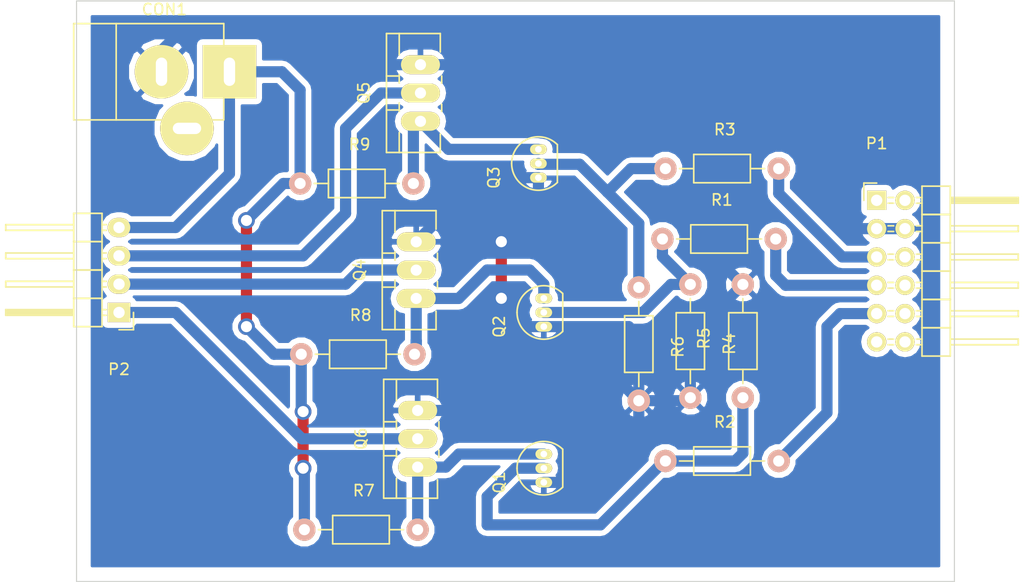
<source format=kicad_pcb>
(kicad_pcb (version 4) (host pcbnew 4.0.0-1rc2.201511201506+6189~38~ubuntu14.04.1-stable)

  (general
    (links 33)
    (no_connects 0)
    (area 107.899999 39.319999 186.740001 91.490001)
    (thickness 1.6)
    (drawings 4)
    (tracks 128)
    (zones 0)
    (modules 18)
    (nets 21)
  )

  (page A4)
  (layers
    (0 F.Cu signal)
    (31 B.Cu jumper)
    (32 B.Adhes user hide)
    (33 F.Adhes user)
    (34 B.Paste user hide)
    (35 F.Paste user)
    (36 B.SilkS user hide)
    (37 F.SilkS user)
    (38 B.Mask user hide)
    (39 F.Mask user hide)
    (40 Dwgs.User user hide)
    (41 Cmts.User user hide)
    (42 Eco1.User user hide)
    (43 Eco2.User user hide)
    (44 Edge.Cuts user)
    (45 Margin user)
    (46 B.CrtYd user hide)
    (47 F.CrtYd user hide)
    (48 B.Fab user hide)
    (49 F.Fab user hide)
  )

  (setup
    (last_trace_width 0.25)
    (trace_clearance 0.2)
    (zone_clearance 0.508)
    (zone_45_only no)
    (trace_min 0.2)
    (segment_width 0.2)
    (edge_width 0.1)
    (via_size 0.6)
    (via_drill 0.4)
    (via_min_size 0.4)
    (via_min_drill 0.3)
    (uvia_size 0.3)
    (uvia_drill 0.1)
    (uvias_allowed no)
    (uvia_min_size 0.2)
    (uvia_min_drill 0.1)
    (pcb_text_width 0.3)
    (pcb_text_size 1.5 1.5)
    (mod_edge_width 0.15)
    (mod_text_size 1 1)
    (mod_text_width 0.15)
    (pad_size 1.5 1.5)
    (pad_drill 0.6)
    (pad_to_mask_clearance 0)
    (aux_axis_origin 0 0)
    (visible_elements 7FFFFFE1)
    (pcbplotparams
      (layerselection 0x00030_80000001)
      (usegerberextensions false)
      (excludeedgelayer true)
      (linewidth 0.100000)
      (plotframeref false)
      (viasonmask false)
      (mode 1)
      (useauxorigin false)
      (hpglpennumber 1)
      (hpglpenspeed 20)
      (hpglpendiameter 15)
      (hpglpenoverlay 2)
      (psnegative false)
      (psa4output false)
      (plotreference true)
      (plotvalue true)
      (plotinvisibletext false)
      (padsonsilk false)
      (subtractmaskfromsilk false)
      (outputformat 1)
      (mirror false)
      (drillshape 0)
      (scaleselection 1)
      (outputdirectory ../../Desktop/))
  )

  (net 0 "")
  (net 1 Earth)
  (net 2 /12v)
  (net 3 "Net-(P1-Pad1)")
  (net 4 "Net-(P1-Pad2)")
  (net 5 "Net-(P1-Pad5)")
  (net 6 "Net-(P1-Pad6)")
  (net 7 "Net-(P1-Pad7)")
  (net 8 "Net-(P1-Pad8)")
  (net 9 "Net-(P2-Pad1)")
  (net 10 "Net-(P2-Pad2)")
  (net 11 "Net-(P2-Pad3)")
  (net 12 "Net-(Q1-Pad3)")
  (net 13 "Net-(Q2-Pad3)")
  (net 14 "Net-(Q3-Pad3)")
  (net 15 "Net-(CON1-Pad3)")
  (net 16 "Net-(P1-Pad9)")
  (net 17 "Net-(P1-Pad10)")
  (net 18 "Net-(Q1-Pad2)")
  (net 19 "Net-(Q2-Pad2)")
  (net 20 "Net-(Q3-Pad2)")

  (net_class Default "This is the default net class."
    (clearance 0.2)
    (trace_width 0.25)
    (via_dia 0.6)
    (via_drill 0.4)
    (uvia_dia 0.3)
    (uvia_drill 0.1)
  )

  (net_class PCBAPOLO ""
    (clearance 0.2)
    (trace_width 1)
    (via_dia 1.5)
    (via_drill 1)
    (uvia_dia 0.3)
    (uvia_drill 0.1)
    (add_net /12v)
    (add_net Earth)
    (add_net "Net-(CON1-Pad3)")
    (add_net "Net-(P1-Pad1)")
    (add_net "Net-(P1-Pad10)")
    (add_net "Net-(P1-Pad2)")
    (add_net "Net-(P1-Pad5)")
    (add_net "Net-(P1-Pad6)")
    (add_net "Net-(P1-Pad7)")
    (add_net "Net-(P1-Pad8)")
    (add_net "Net-(P1-Pad9)")
    (add_net "Net-(P2-Pad1)")
    (add_net "Net-(P2-Pad2)")
    (add_net "Net-(P2-Pad3)")
    (add_net "Net-(Q1-Pad2)")
    (add_net "Net-(Q1-Pad3)")
    (add_net "Net-(Q2-Pad2)")
    (add_net "Net-(Q2-Pad3)")
    (add_net "Net-(Q3-Pad2)")
    (add_net "Net-(Q3-Pad3)")
  )

  (module Connect:JACK_ALIM (layer F.Cu) (tedit 0) (tstamp 5658AAAC)
    (at 115.57 45.72)
    (descr "module 1 pin (ou trou mecanique de percage)")
    (tags "CONN JACK")
    (path /5657EE62)
    (fp_text reference CON1 (at 0.254 -5.588) (layer F.SilkS)
      (effects (font (size 1 1) (thickness 0.15)))
    )
    (fp_text value BARREL_JACK (at -5.08 5.588) (layer F.Fab)
      (effects (font (size 1 1) (thickness 0.15)))
    )
    (fp_line (start -7.112 -4.318) (end -7.874 -4.318) (layer F.SilkS) (width 0.15))
    (fp_line (start -7.874 -4.318) (end -7.874 4.318) (layer F.SilkS) (width 0.15))
    (fp_line (start -7.874 4.318) (end -7.112 4.318) (layer F.SilkS) (width 0.15))
    (fp_line (start -4.064 -4.318) (end -4.064 4.318) (layer F.SilkS) (width 0.15))
    (fp_line (start 5.588 -4.318) (end 5.588 4.318) (layer F.SilkS) (width 0.15))
    (fp_line (start -7.112 4.318) (end 5.588 4.318) (layer F.SilkS) (width 0.15))
    (fp_line (start -7.112 -4.318) (end 5.588 -4.318) (layer F.SilkS) (width 0.15))
    (pad 2 thru_hole circle (at 0 0) (size 4.8006 4.8006) (drill oval 1.016 2.54) (layers *.Cu *.Mask F.SilkS)
      (net 1 Earth))
    (pad 1 thru_hole rect (at 6.096 0) (size 4.8006 4.8006) (drill oval 1.016 2.54) (layers *.Cu *.Mask F.SilkS)
      (net 2 /12v))
    (pad 3 thru_hole circle (at 2.286 5.08) (size 4.8006 4.8006) (drill oval 2.54 1.016) (layers *.Cu *.Mask F.SilkS)
      (net 15 "Net-(CON1-Pad3)"))
    (model Connect.3dshapes/JACK_ALIM.wrl
      (at (xyz 0 0 0))
      (scale (xyz 0.8 0.8 0.8))
      (rotate (xyz 0 0 0))
    )
  )

  (module Pin_Headers:Pin_Header_Angled_2x06 (layer F.Cu) (tedit 0) (tstamp 5658AABC)
    (at 179.7177 57.2516)
    (descr "Through hole pin header")
    (tags "pin header")
    (path /5657BE57)
    (fp_text reference P1 (at 0 -5.1) (layer F.SilkS)
      (effects (font (size 1 1) (thickness 0.15)))
    )
    (fp_text value CONN_02X05 (at 0 -3.1) (layer F.Fab)
      (effects (font (size 1 1) (thickness 0.15)))
    )
    (fp_line (start -1.35 -1.75) (end -1.35 14.45) (layer F.CrtYd) (width 0.05))
    (fp_line (start 13.2 -1.75) (end 13.2 14.45) (layer F.CrtYd) (width 0.05))
    (fp_line (start -1.35 -1.75) (end 13.2 -1.75) (layer F.CrtYd) (width 0.05))
    (fp_line (start -1.35 14.45) (end 13.2 14.45) (layer F.CrtYd) (width 0.05))
    (fp_line (start 1.524 12.446) (end 1.016 12.446) (layer F.SilkS) (width 0.15))
    (fp_line (start 1.524 12.954) (end 1.016 12.954) (layer F.SilkS) (width 0.15))
    (fp_line (start 1.524 10.414) (end 1.016 10.414) (layer F.SilkS) (width 0.15))
    (fp_line (start 1.524 9.906) (end 1.016 9.906) (layer F.SilkS) (width 0.15))
    (fp_line (start 1.524 7.874) (end 1.016 7.874) (layer F.SilkS) (width 0.15))
    (fp_line (start 1.524 7.366) (end 1.016 7.366) (layer F.SilkS) (width 0.15))
    (fp_line (start 1.524 -0.254) (end 1.016 -0.254) (layer F.SilkS) (width 0.15))
    (fp_line (start 1.524 0.254) (end 1.016 0.254) (layer F.SilkS) (width 0.15))
    (fp_line (start 1.524 5.334) (end 1.016 5.334) (layer F.SilkS) (width 0.15))
    (fp_line (start 1.524 4.826) (end 1.016 4.826) (layer F.SilkS) (width 0.15))
    (fp_line (start 1.524 2.794) (end 1.016 2.794) (layer F.SilkS) (width 0.15))
    (fp_line (start 1.524 2.286) (end 1.016 2.286) (layer F.SilkS) (width 0.15))
    (fp_line (start 4.064 12.954) (end 3.556 12.954) (layer F.SilkS) (width 0.15))
    (fp_line (start 4.064 12.446) (end 3.556 12.446) (layer F.SilkS) (width 0.15))
    (fp_line (start 4.064 10.414) (end 3.556 10.414) (layer F.SilkS) (width 0.15))
    (fp_line (start 4.064 9.906) (end 3.556 9.906) (layer F.SilkS) (width 0.15))
    (fp_line (start 4.064 -0.254) (end 3.556 -0.254) (layer F.SilkS) (width 0.15))
    (fp_line (start 4.064 0.254) (end 3.556 0.254) (layer F.SilkS) (width 0.15))
    (fp_line (start 4.064 2.286) (end 3.556 2.286) (layer F.SilkS) (width 0.15))
    (fp_line (start 4.064 2.794) (end 3.556 2.794) (layer F.SilkS) (width 0.15))
    (fp_line (start 4.064 7.874) (end 3.556 7.874) (layer F.SilkS) (width 0.15))
    (fp_line (start 4.064 7.366) (end 3.556 7.366) (layer F.SilkS) (width 0.15))
    (fp_line (start 4.064 5.334) (end 3.556 5.334) (layer F.SilkS) (width 0.15))
    (fp_line (start 4.064 4.826) (end 3.556 4.826) (layer F.SilkS) (width 0.15))
    (fp_line (start 0 -1.55) (end -1.15 -1.55) (layer F.SilkS) (width 0.15))
    (fp_line (start -1.15 -1.55) (end -1.15 0) (layer F.SilkS) (width 0.15))
    (fp_line (start 6.604 -0.127) (end 12.573 -0.127) (layer F.SilkS) (width 0.15))
    (fp_line (start 12.573 -0.127) (end 12.573 0.127) (layer F.SilkS) (width 0.15))
    (fp_line (start 12.573 0.127) (end 6.731 0.127) (layer F.SilkS) (width 0.15))
    (fp_line (start 6.731 0.127) (end 6.731 0) (layer F.SilkS) (width 0.15))
    (fp_line (start 6.731 0) (end 12.573 0) (layer F.SilkS) (width 0.15))
    (fp_line (start 4.064 8.89) (end 6.604 8.89) (layer F.SilkS) (width 0.15))
    (fp_line (start 4.064 8.89) (end 4.064 11.43) (layer F.SilkS) (width 0.15))
    (fp_line (start 4.064 11.43) (end 6.604 11.43) (layer F.SilkS) (width 0.15))
    (fp_line (start 6.604 9.906) (end 12.7 9.906) (layer F.SilkS) (width 0.15))
    (fp_line (start 12.7 9.906) (end 12.7 10.414) (layer F.SilkS) (width 0.15))
    (fp_line (start 12.7 10.414) (end 6.604 10.414) (layer F.SilkS) (width 0.15))
    (fp_line (start 6.604 11.43) (end 6.604 8.89) (layer F.SilkS) (width 0.15))
    (fp_line (start 6.604 13.97) (end 6.604 11.43) (layer F.SilkS) (width 0.15))
    (fp_line (start 12.7 12.954) (end 6.604 12.954) (layer F.SilkS) (width 0.15))
    (fp_line (start 12.7 12.446) (end 12.7 12.954) (layer F.SilkS) (width 0.15))
    (fp_line (start 6.604 12.446) (end 12.7 12.446) (layer F.SilkS) (width 0.15))
    (fp_line (start 4.064 11.43) (end 4.064 13.97) (layer F.SilkS) (width 0.15))
    (fp_line (start 4.064 11.43) (end 6.604 11.43) (layer F.SilkS) (width 0.15))
    (fp_line (start 4.064 13.97) (end 6.604 13.97) (layer F.SilkS) (width 0.15))
    (fp_line (start 4.064 3.81) (end 6.604 3.81) (layer F.SilkS) (width 0.15))
    (fp_line (start 4.064 3.81) (end 4.064 6.35) (layer F.SilkS) (width 0.15))
    (fp_line (start 4.064 6.35) (end 6.604 6.35) (layer F.SilkS) (width 0.15))
    (fp_line (start 6.604 4.826) (end 12.7 4.826) (layer F.SilkS) (width 0.15))
    (fp_line (start 12.7 4.826) (end 12.7 5.334) (layer F.SilkS) (width 0.15))
    (fp_line (start 12.7 5.334) (end 6.604 5.334) (layer F.SilkS) (width 0.15))
    (fp_line (start 6.604 6.35) (end 6.604 3.81) (layer F.SilkS) (width 0.15))
    (fp_line (start 6.604 8.89) (end 6.604 6.35) (layer F.SilkS) (width 0.15))
    (fp_line (start 12.7 7.874) (end 6.604 7.874) (layer F.SilkS) (width 0.15))
    (fp_line (start 12.7 7.366) (end 12.7 7.874) (layer F.SilkS) (width 0.15))
    (fp_line (start 6.604 7.366) (end 12.7 7.366) (layer F.SilkS) (width 0.15))
    (fp_line (start 4.064 8.89) (end 6.604 8.89) (layer F.SilkS) (width 0.15))
    (fp_line (start 4.064 6.35) (end 4.064 8.89) (layer F.SilkS) (width 0.15))
    (fp_line (start 4.064 6.35) (end 6.604 6.35) (layer F.SilkS) (width 0.15))
    (fp_line (start 4.064 1.27) (end 6.604 1.27) (layer F.SilkS) (width 0.15))
    (fp_line (start 4.064 1.27) (end 4.064 3.81) (layer F.SilkS) (width 0.15))
    (fp_line (start 4.064 3.81) (end 6.604 3.81) (layer F.SilkS) (width 0.15))
    (fp_line (start 6.604 2.286) (end 12.7 2.286) (layer F.SilkS) (width 0.15))
    (fp_line (start 12.7 2.286) (end 12.7 2.794) (layer F.SilkS) (width 0.15))
    (fp_line (start 12.7 2.794) (end 6.604 2.794) (layer F.SilkS) (width 0.15))
    (fp_line (start 6.604 3.81) (end 6.604 1.27) (layer F.SilkS) (width 0.15))
    (fp_line (start 6.604 1.27) (end 6.604 -1.27) (layer F.SilkS) (width 0.15))
    (fp_line (start 12.7 0.254) (end 6.604 0.254) (layer F.SilkS) (width 0.15))
    (fp_line (start 12.7 -0.254) (end 12.7 0.254) (layer F.SilkS) (width 0.15))
    (fp_line (start 6.604 -0.254) (end 12.7 -0.254) (layer F.SilkS) (width 0.15))
    (fp_line (start 4.064 1.27) (end 6.604 1.27) (layer F.SilkS) (width 0.15))
    (fp_line (start 4.064 -1.27) (end 4.064 1.27) (layer F.SilkS) (width 0.15))
    (fp_line (start 4.064 -1.27) (end 6.604 -1.27) (layer F.SilkS) (width 0.15))
    (pad 1 thru_hole rect (at 0 0) (size 1.7272 1.7272) (drill 1.016) (layers *.Cu *.Mask F.SilkS)
      (net 3 "Net-(P1-Pad1)"))
    (pad 2 thru_hole oval (at 2.54 0) (size 1.7272 1.7272) (drill 1.016) (layers *.Cu *.Mask F.SilkS)
      (net 4 "Net-(P1-Pad2)"))
    (pad 3 thru_hole oval (at 0 2.54) (size 1.7272 1.7272) (drill 1.016) (layers *.Cu *.Mask F.SilkS)
      (net 1 Earth))
    (pad 4 thru_hole oval (at 2.54 2.54) (size 1.7272 1.7272) (drill 1.016) (layers *.Cu *.Mask F.SilkS)
      (net 1 Earth))
    (pad 5 thru_hole oval (at 0 5.08) (size 1.7272 1.7272) (drill 1.016) (layers *.Cu *.Mask F.SilkS)
      (net 5 "Net-(P1-Pad5)"))
    (pad 6 thru_hole oval (at 2.54 5.08) (size 1.7272 1.7272) (drill 1.016) (layers *.Cu *.Mask F.SilkS)
      (net 6 "Net-(P1-Pad6)"))
    (pad 7 thru_hole oval (at 0 7.62) (size 1.7272 1.7272) (drill 1.016) (layers *.Cu *.Mask F.SilkS)
      (net 7 "Net-(P1-Pad7)"))
    (pad 8 thru_hole oval (at 2.54 7.62) (size 1.7272 1.7272) (drill 1.016) (layers *.Cu *.Mask F.SilkS)
      (net 8 "Net-(P1-Pad8)"))
    (pad 9 thru_hole oval (at 0 10.16) (size 1.7272 1.7272) (drill 1.016) (layers *.Cu *.Mask F.SilkS)
      (net 16 "Net-(P1-Pad9)"))
    (pad 10 thru_hole oval (at 2.54 10.16) (size 1.7272 1.7272) (drill 1.016) (layers *.Cu *.Mask F.SilkS)
      (net 17 "Net-(P1-Pad10)"))
    (pad 11 thru_hole oval (at 0 12.7) (size 1.7272 1.7272) (drill 1.016) (layers *.Cu *.Mask F.SilkS))
    (pad 12 thru_hole oval (at 2.54 12.7) (size 1.7272 1.7272) (drill 1.016) (layers *.Cu *.Mask F.SilkS))
    (model Pin_Headers.3dshapes/Pin_Header_Angled_2x06.wrl
      (at (xyz 0.05 -0.25 0))
      (scale (xyz 1 1 1))
      (rotate (xyz 0 0 90))
    )
  )

  (module Pin_Headers:Pin_Header_Angled_1x04 (layer F.Cu) (tedit 0) (tstamp 5658AAC4)
    (at 111.76 67.31 180)
    (descr "Through hole pin header")
    (tags "pin header")
    (path /5657BECA)
    (fp_text reference P2 (at 0 -5.1 180) (layer F.SilkS)
      (effects (font (size 1 1) (thickness 0.15)))
    )
    (fp_text value CONN_01X04 (at 0 -3.1 180) (layer F.Fab)
      (effects (font (size 1 1) (thickness 0.15)))
    )
    (fp_line (start -1.5 -1.75) (end -1.5 9.4) (layer F.CrtYd) (width 0.05))
    (fp_line (start 10.65 -1.75) (end 10.65 9.4) (layer F.CrtYd) (width 0.05))
    (fp_line (start -1.5 -1.75) (end 10.65 -1.75) (layer F.CrtYd) (width 0.05))
    (fp_line (start -1.5 9.4) (end 10.65 9.4) (layer F.CrtYd) (width 0.05))
    (fp_line (start -1.3 -1.55) (end -1.3 0) (layer F.SilkS) (width 0.15))
    (fp_line (start 0 -1.55) (end -1.3 -1.55) (layer F.SilkS) (width 0.15))
    (fp_line (start 4.191 -0.127) (end 10.033 -0.127) (layer F.SilkS) (width 0.15))
    (fp_line (start 10.033 -0.127) (end 10.033 0.127) (layer F.SilkS) (width 0.15))
    (fp_line (start 10.033 0.127) (end 4.191 0.127) (layer F.SilkS) (width 0.15))
    (fp_line (start 4.191 0.127) (end 4.191 0) (layer F.SilkS) (width 0.15))
    (fp_line (start 4.191 0) (end 10.033 0) (layer F.SilkS) (width 0.15))
    (fp_line (start 1.524 -0.254) (end 1.143 -0.254) (layer F.SilkS) (width 0.15))
    (fp_line (start 1.524 0.254) (end 1.143 0.254) (layer F.SilkS) (width 0.15))
    (fp_line (start 1.524 2.286) (end 1.143 2.286) (layer F.SilkS) (width 0.15))
    (fp_line (start 1.524 2.794) (end 1.143 2.794) (layer F.SilkS) (width 0.15))
    (fp_line (start 1.524 4.826) (end 1.143 4.826) (layer F.SilkS) (width 0.15))
    (fp_line (start 1.524 5.334) (end 1.143 5.334) (layer F.SilkS) (width 0.15))
    (fp_line (start 1.524 7.874) (end 1.143 7.874) (layer F.SilkS) (width 0.15))
    (fp_line (start 1.524 7.366) (end 1.143 7.366) (layer F.SilkS) (width 0.15))
    (fp_line (start 1.524 -1.27) (end 4.064 -1.27) (layer F.SilkS) (width 0.15))
    (fp_line (start 1.524 1.27) (end 4.064 1.27) (layer F.SilkS) (width 0.15))
    (fp_line (start 1.524 1.27) (end 1.524 3.81) (layer F.SilkS) (width 0.15))
    (fp_line (start 1.524 3.81) (end 4.064 3.81) (layer F.SilkS) (width 0.15))
    (fp_line (start 4.064 2.286) (end 10.16 2.286) (layer F.SilkS) (width 0.15))
    (fp_line (start 10.16 2.286) (end 10.16 2.794) (layer F.SilkS) (width 0.15))
    (fp_line (start 10.16 2.794) (end 4.064 2.794) (layer F.SilkS) (width 0.15))
    (fp_line (start 4.064 3.81) (end 4.064 1.27) (layer F.SilkS) (width 0.15))
    (fp_line (start 4.064 1.27) (end 4.064 -1.27) (layer F.SilkS) (width 0.15))
    (fp_line (start 10.16 0.254) (end 4.064 0.254) (layer F.SilkS) (width 0.15))
    (fp_line (start 10.16 -0.254) (end 10.16 0.254) (layer F.SilkS) (width 0.15))
    (fp_line (start 4.064 -0.254) (end 10.16 -0.254) (layer F.SilkS) (width 0.15))
    (fp_line (start 1.524 1.27) (end 4.064 1.27) (layer F.SilkS) (width 0.15))
    (fp_line (start 1.524 -1.27) (end 1.524 1.27) (layer F.SilkS) (width 0.15))
    (fp_line (start 1.524 6.35) (end 4.064 6.35) (layer F.SilkS) (width 0.15))
    (fp_line (start 1.524 6.35) (end 1.524 8.89) (layer F.SilkS) (width 0.15))
    (fp_line (start 1.524 8.89) (end 4.064 8.89) (layer F.SilkS) (width 0.15))
    (fp_line (start 4.064 7.366) (end 10.16 7.366) (layer F.SilkS) (width 0.15))
    (fp_line (start 10.16 7.366) (end 10.16 7.874) (layer F.SilkS) (width 0.15))
    (fp_line (start 10.16 7.874) (end 4.064 7.874) (layer F.SilkS) (width 0.15))
    (fp_line (start 4.064 8.89) (end 4.064 6.35) (layer F.SilkS) (width 0.15))
    (fp_line (start 4.064 6.35) (end 4.064 3.81) (layer F.SilkS) (width 0.15))
    (fp_line (start 10.16 5.334) (end 4.064 5.334) (layer F.SilkS) (width 0.15))
    (fp_line (start 10.16 4.826) (end 10.16 5.334) (layer F.SilkS) (width 0.15))
    (fp_line (start 4.064 4.826) (end 10.16 4.826) (layer F.SilkS) (width 0.15))
    (fp_line (start 1.524 6.35) (end 4.064 6.35) (layer F.SilkS) (width 0.15))
    (fp_line (start 1.524 3.81) (end 1.524 6.35) (layer F.SilkS) (width 0.15))
    (fp_line (start 1.524 3.81) (end 4.064 3.81) (layer F.SilkS) (width 0.15))
    (pad 1 thru_hole rect (at 0 0 180) (size 2.032 1.7272) (drill 1.016) (layers *.Cu *.Mask F.SilkS)
      (net 9 "Net-(P2-Pad1)"))
    (pad 2 thru_hole oval (at 0 2.54 180) (size 2.032 1.7272) (drill 1.016) (layers *.Cu *.Mask F.SilkS)
      (net 10 "Net-(P2-Pad2)"))
    (pad 3 thru_hole oval (at 0 5.08 180) (size 2.032 1.7272) (drill 1.016) (layers *.Cu *.Mask F.SilkS)
      (net 11 "Net-(P2-Pad3)"))
    (pad 4 thru_hole oval (at 0 7.62 180) (size 2.032 1.7272) (drill 1.016) (layers *.Cu *.Mask F.SilkS)
      (net 2 /12v))
    (model Pin_Headers.3dshapes/Pin_Header_Angled_1x04.wrl
      (at (xyz 0 -0.15 0))
      (scale (xyz 1 1 1))
      (rotate (xyz 0 0 90))
    )
  )

  (module Housings_TO-92:TO-92_Inline_Narrow_Oval (layer F.Cu) (tedit 54F24281) (tstamp 5658AACB)
    (at 149.86 82.55 90)
    (descr "TO-92 leads in-line, narrow, oval pads, drill 0.6mm (see NXP sot054_po.pdf)")
    (tags "to-92 sc-43 sc-43a sot54 PA33 transistor")
    (path /5659E5B3)
    (fp_text reference Q1 (at 0 -4 90) (layer F.SilkS)
      (effects (font (size 1 1) (thickness 0.15)))
    )
    (fp_text value Q_NPN_EBC (at 0 3 90) (layer F.Fab)
      (effects (font (size 1 1) (thickness 0.15)))
    )
    (fp_line (start -1.4 1.95) (end -1.4 -2.65) (layer F.CrtYd) (width 0.05))
    (fp_line (start -1.4 1.95) (end 3.95 1.95) (layer F.CrtYd) (width 0.05))
    (fp_line (start -0.43 1.7) (end 2.97 1.7) (layer F.SilkS) (width 0.15))
    (fp_arc (start 1.27 0) (end 1.27 -2.4) (angle -135) (layer F.SilkS) (width 0.15))
    (fp_arc (start 1.27 0) (end 1.27 -2.4) (angle 135) (layer F.SilkS) (width 0.15))
    (fp_line (start -1.4 -2.65) (end 3.95 -2.65) (layer F.CrtYd) (width 0.05))
    (fp_line (start 3.95 1.95) (end 3.95 -2.65) (layer F.CrtYd) (width 0.05))
    (pad 2 thru_hole oval (at 1.27 0 270) (size 0.89916 1.50114) (drill 0.6) (layers *.Cu *.Mask F.SilkS)
      (net 18 "Net-(Q1-Pad2)"))
    (pad 3 thru_hole oval (at 2.54 0 270) (size 0.89916 1.50114) (drill 0.6) (layers *.Cu *.Mask F.SilkS)
      (net 12 "Net-(Q1-Pad3)"))
    (pad 1 thru_hole oval (at 0 0 270) (size 0.89916 1.50114) (drill 0.6) (layers *.Cu *.Mask F.SilkS)
      (net 1 Earth))
    (model Housings_TO-92.3dshapes/TO-92_Inline_Narrow_Oval.wrl
      (at (xyz 0.05 0 0))
      (scale (xyz 1 1 1))
      (rotate (xyz 0 0 -90))
    )
  )

  (module Housings_TO-92:TO-92_Inline_Narrow_Oval (layer F.Cu) (tedit 54F24281) (tstamp 5658AAD2)
    (at 149.86 68.58 90)
    (descr "TO-92 leads in-line, narrow, oval pads, drill 0.6mm (see NXP sot054_po.pdf)")
    (tags "to-92 sc-43 sc-43a sot54 PA33 transistor")
    (path /5659E65A)
    (fp_text reference Q2 (at 0 -4 90) (layer F.SilkS)
      (effects (font (size 1 1) (thickness 0.15)))
    )
    (fp_text value Q_NPN_EBC (at 0 3 90) (layer F.Fab)
      (effects (font (size 1 1) (thickness 0.15)))
    )
    (fp_line (start -1.4 1.95) (end -1.4 -2.65) (layer F.CrtYd) (width 0.05))
    (fp_line (start -1.4 1.95) (end 3.95 1.95) (layer F.CrtYd) (width 0.05))
    (fp_line (start -0.43 1.7) (end 2.97 1.7) (layer F.SilkS) (width 0.15))
    (fp_arc (start 1.27 0) (end 1.27 -2.4) (angle -135) (layer F.SilkS) (width 0.15))
    (fp_arc (start 1.27 0) (end 1.27 -2.4) (angle 135) (layer F.SilkS) (width 0.15))
    (fp_line (start -1.4 -2.65) (end 3.95 -2.65) (layer F.CrtYd) (width 0.05))
    (fp_line (start 3.95 1.95) (end 3.95 -2.65) (layer F.CrtYd) (width 0.05))
    (pad 2 thru_hole oval (at 1.27 0 270) (size 0.89916 1.50114) (drill 0.6) (layers *.Cu *.Mask F.SilkS)
      (net 19 "Net-(Q2-Pad2)"))
    (pad 3 thru_hole oval (at 2.54 0 270) (size 0.89916 1.50114) (drill 0.6) (layers *.Cu *.Mask F.SilkS)
      (net 13 "Net-(Q2-Pad3)"))
    (pad 1 thru_hole oval (at 0 0 270) (size 0.89916 1.50114) (drill 0.6) (layers *.Cu *.Mask F.SilkS)
      (net 1 Earth))
    (model Housings_TO-92.3dshapes/TO-92_Inline_Narrow_Oval.wrl
      (at (xyz 0.05 0 0))
      (scale (xyz 1 1 1))
      (rotate (xyz 0 0 -90))
    )
  )

  (module Housings_TO-92:TO-92_Inline_Narrow_Oval (layer F.Cu) (tedit 54F24281) (tstamp 5658AAD9)
    (at 149.3774 55.2196 90)
    (descr "TO-92 leads in-line, narrow, oval pads, drill 0.6mm (see NXP sot054_po.pdf)")
    (tags "to-92 sc-43 sc-43a sot54 PA33 transistor")
    (path /5659E9C6)
    (fp_text reference Q3 (at 0 -4 90) (layer F.SilkS)
      (effects (font (size 1 1) (thickness 0.15)))
    )
    (fp_text value Q_NPN_EBC (at 0 3 90) (layer F.Fab)
      (effects (font (size 1 1) (thickness 0.15)))
    )
    (fp_line (start -1.4 1.95) (end -1.4 -2.65) (layer F.CrtYd) (width 0.05))
    (fp_line (start -1.4 1.95) (end 3.95 1.95) (layer F.CrtYd) (width 0.05))
    (fp_line (start -0.43 1.7) (end 2.97 1.7) (layer F.SilkS) (width 0.15))
    (fp_arc (start 1.27 0) (end 1.27 -2.4) (angle -135) (layer F.SilkS) (width 0.15))
    (fp_arc (start 1.27 0) (end 1.27 -2.4) (angle 135) (layer F.SilkS) (width 0.15))
    (fp_line (start -1.4 -2.65) (end 3.95 -2.65) (layer F.CrtYd) (width 0.05))
    (fp_line (start 3.95 1.95) (end 3.95 -2.65) (layer F.CrtYd) (width 0.05))
    (pad 2 thru_hole oval (at 1.27 0 270) (size 0.89916 1.50114) (drill 0.6) (layers *.Cu *.Mask F.SilkS)
      (net 20 "Net-(Q3-Pad2)"))
    (pad 3 thru_hole oval (at 2.54 0 270) (size 0.89916 1.50114) (drill 0.6) (layers *.Cu *.Mask F.SilkS)
      (net 14 "Net-(Q3-Pad3)"))
    (pad 1 thru_hole oval (at 0 0 270) (size 0.89916 1.50114) (drill 0.6) (layers *.Cu *.Mask F.SilkS)
      (net 1 Earth))
    (model Housings_TO-92.3dshapes/TO-92_Inline_Narrow_Oval.wrl
      (at (xyz 0.05 0 0))
      (scale (xyz 1 1 1))
      (rotate (xyz 0 0 -90))
    )
  )

  (module Transistors_TO-220:TO-220_Neutral123_Vertical_LargePads (layer F.Cu) (tedit 0) (tstamp 5658BB61)
    (at 138.4173 63.5127 90)
    (descr "TO-220, Neutral, Vertical, Large Pads,")
    (tags "TO-220, Neutral, Vertical, Large Pads,")
    (path /565780F9)
    (fp_text reference Q4 (at 0 -5.08 90) (layer F.SilkS)
      (effects (font (size 1 1) (thickness 0.15)))
    )
    (fp_text value IRF540N (at 0 3.81 90) (layer F.Fab)
      (effects (font (size 1 1) (thickness 0.15)))
    )
    (fp_line (start 5.334 -1.905) (end 3.429 -1.905) (layer F.SilkS) (width 0.15))
    (fp_line (start 0.889 -1.905) (end 1.651 -1.905) (layer F.SilkS) (width 0.15))
    (fp_line (start -1.524 -1.905) (end -1.651 -1.905) (layer F.SilkS) (width 0.15))
    (fp_line (start -1.524 -1.905) (end -0.889 -1.905) (layer F.SilkS) (width 0.15))
    (fp_line (start -5.334 -1.905) (end -3.556 -1.905) (layer F.SilkS) (width 0.15))
    (fp_line (start -5.334 1.778) (end -3.683 1.778) (layer F.SilkS) (width 0.15))
    (fp_line (start -1.016 1.905) (end -1.651 1.905) (layer F.SilkS) (width 0.15))
    (fp_line (start 1.524 1.905) (end 0.889 1.905) (layer F.SilkS) (width 0.15))
    (fp_line (start 5.334 1.778) (end 3.683 1.778) (layer F.SilkS) (width 0.15))
    (fp_line (start -1.524 -3.048) (end -1.524 -1.905) (layer F.SilkS) (width 0.15))
    (fp_line (start 1.524 -3.048) (end 1.524 -1.905) (layer F.SilkS) (width 0.15))
    (fp_line (start 5.334 -1.905) (end 5.334 1.778) (layer F.SilkS) (width 0.15))
    (fp_line (start -5.334 1.778) (end -5.334 -1.905) (layer F.SilkS) (width 0.15))
    (fp_line (start 5.334 -3.048) (end 5.334 -1.905) (layer F.SilkS) (width 0.15))
    (fp_line (start -5.334 -1.905) (end -5.334 -3.048) (layer F.SilkS) (width 0.15))
    (fp_line (start 0 -3.048) (end -5.334 -3.048) (layer F.SilkS) (width 0.15))
    (fp_line (start 0 -3.048) (end 5.334 -3.048) (layer F.SilkS) (width 0.15))
    (pad 2 thru_hole oval (at 0 0 180) (size 3.50012 1.69926) (drill 1.00076) (layers *.Cu *.Mask F.SilkS)
      (net 10 "Net-(P2-Pad2)"))
    (pad 1 thru_hole oval (at -2.54 0 180) (size 3.50012 1.69926) (drill 1.00076) (layers *.Cu *.Mask F.SilkS)
      (net 13 "Net-(Q2-Pad3)"))
    (pad 3 thru_hole oval (at 2.54 0 180) (size 3.50012 1.69926) (drill 1.00076) (layers *.Cu *.Mask F.SilkS)
      (net 1 Earth))
    (model Transistors_TO-220.3dshapes/TO-220_Neutral123_Vertical_LargePads.wrl
      (at (xyz 0 0 0))
      (scale (xyz 0.3937 0.3937 0.3937))
      (rotate (xyz 0 0 0))
    )
  )

  (module Transistors_TO-220:TO-220_Neutral123_Vertical_LargePads (layer F.Cu) (tedit 0) (tstamp 5658BB67)
    (at 138.7983 47.625 90)
    (descr "TO-220, Neutral, Vertical, Large Pads,")
    (tags "TO-220, Neutral, Vertical, Large Pads,")
    (path /5657813A)
    (fp_text reference Q5 (at 0 -5.08 90) (layer F.SilkS)
      (effects (font (size 1 1) (thickness 0.15)))
    )
    (fp_text value IRF540N (at 0 3.81 90) (layer F.Fab)
      (effects (font (size 1 1) (thickness 0.15)))
    )
    (fp_line (start 5.334 -1.905) (end 3.429 -1.905) (layer F.SilkS) (width 0.15))
    (fp_line (start 0.889 -1.905) (end 1.651 -1.905) (layer F.SilkS) (width 0.15))
    (fp_line (start -1.524 -1.905) (end -1.651 -1.905) (layer F.SilkS) (width 0.15))
    (fp_line (start -1.524 -1.905) (end -0.889 -1.905) (layer F.SilkS) (width 0.15))
    (fp_line (start -5.334 -1.905) (end -3.556 -1.905) (layer F.SilkS) (width 0.15))
    (fp_line (start -5.334 1.778) (end -3.683 1.778) (layer F.SilkS) (width 0.15))
    (fp_line (start -1.016 1.905) (end -1.651 1.905) (layer F.SilkS) (width 0.15))
    (fp_line (start 1.524 1.905) (end 0.889 1.905) (layer F.SilkS) (width 0.15))
    (fp_line (start 5.334 1.778) (end 3.683 1.778) (layer F.SilkS) (width 0.15))
    (fp_line (start -1.524 -3.048) (end -1.524 -1.905) (layer F.SilkS) (width 0.15))
    (fp_line (start 1.524 -3.048) (end 1.524 -1.905) (layer F.SilkS) (width 0.15))
    (fp_line (start 5.334 -1.905) (end 5.334 1.778) (layer F.SilkS) (width 0.15))
    (fp_line (start -5.334 1.778) (end -5.334 -1.905) (layer F.SilkS) (width 0.15))
    (fp_line (start 5.334 -3.048) (end 5.334 -1.905) (layer F.SilkS) (width 0.15))
    (fp_line (start -5.334 -1.905) (end -5.334 -3.048) (layer F.SilkS) (width 0.15))
    (fp_line (start 0 -3.048) (end -5.334 -3.048) (layer F.SilkS) (width 0.15))
    (fp_line (start 0 -3.048) (end 5.334 -3.048) (layer F.SilkS) (width 0.15))
    (pad 2 thru_hole oval (at 0 0 180) (size 3.50012 1.69926) (drill 1.00076) (layers *.Cu *.Mask F.SilkS)
      (net 11 "Net-(P2-Pad3)"))
    (pad 1 thru_hole oval (at -2.54 0 180) (size 3.50012 1.69926) (drill 1.00076) (layers *.Cu *.Mask F.SilkS)
      (net 14 "Net-(Q3-Pad3)"))
    (pad 3 thru_hole oval (at 2.54 0 180) (size 3.50012 1.69926) (drill 1.00076) (layers *.Cu *.Mask F.SilkS)
      (net 1 Earth))
    (model Transistors_TO-220.3dshapes/TO-220_Neutral123_Vertical_LargePads.wrl
      (at (xyz 0 0 0))
      (scale (xyz 0.3937 0.3937 0.3937))
      (rotate (xyz 0 0 0))
    )
  )

  (module Transistors_TO-220:TO-220_Neutral123_Vertical_LargePads (layer F.Cu) (tedit 0) (tstamp 5658BB6D)
    (at 138.547 78.639 90)
    (descr "TO-220, Neutral, Vertical, Large Pads,")
    (tags "TO-220, Neutral, Vertical, Large Pads,")
    (path /56577ADC)
    (fp_text reference Q6 (at 0 -5.08 90) (layer F.SilkS)
      (effects (font (size 1 1) (thickness 0.15)))
    )
    (fp_text value IRF540N (at 0 3.81 90) (layer F.Fab)
      (effects (font (size 1 1) (thickness 0.15)))
    )
    (fp_line (start 5.334 -1.905) (end 3.429 -1.905) (layer F.SilkS) (width 0.15))
    (fp_line (start 0.889 -1.905) (end 1.651 -1.905) (layer F.SilkS) (width 0.15))
    (fp_line (start -1.524 -1.905) (end -1.651 -1.905) (layer F.SilkS) (width 0.15))
    (fp_line (start -1.524 -1.905) (end -0.889 -1.905) (layer F.SilkS) (width 0.15))
    (fp_line (start -5.334 -1.905) (end -3.556 -1.905) (layer F.SilkS) (width 0.15))
    (fp_line (start -5.334 1.778) (end -3.683 1.778) (layer F.SilkS) (width 0.15))
    (fp_line (start -1.016 1.905) (end -1.651 1.905) (layer F.SilkS) (width 0.15))
    (fp_line (start 1.524 1.905) (end 0.889 1.905) (layer F.SilkS) (width 0.15))
    (fp_line (start 5.334 1.778) (end 3.683 1.778) (layer F.SilkS) (width 0.15))
    (fp_line (start -1.524 -3.048) (end -1.524 -1.905) (layer F.SilkS) (width 0.15))
    (fp_line (start 1.524 -3.048) (end 1.524 -1.905) (layer F.SilkS) (width 0.15))
    (fp_line (start 5.334 -1.905) (end 5.334 1.778) (layer F.SilkS) (width 0.15))
    (fp_line (start -5.334 1.778) (end -5.334 -1.905) (layer F.SilkS) (width 0.15))
    (fp_line (start 5.334 -3.048) (end 5.334 -1.905) (layer F.SilkS) (width 0.15))
    (fp_line (start -5.334 -1.905) (end -5.334 -3.048) (layer F.SilkS) (width 0.15))
    (fp_line (start 0 -3.048) (end -5.334 -3.048) (layer F.SilkS) (width 0.15))
    (fp_line (start 0 -3.048) (end 5.334 -3.048) (layer F.SilkS) (width 0.15))
    (pad 2 thru_hole oval (at 0 0 180) (size 3.50012 1.69926) (drill 1.00076) (layers *.Cu *.Mask F.SilkS)
      (net 9 "Net-(P2-Pad1)"))
    (pad 1 thru_hole oval (at -2.54 0 180) (size 3.50012 1.69926) (drill 1.00076) (layers *.Cu *.Mask F.SilkS)
      (net 12 "Net-(Q1-Pad3)"))
    (pad 3 thru_hole oval (at 2.54 0 180) (size 3.50012 1.69926) (drill 1.00076) (layers *.Cu *.Mask F.SilkS)
      (net 1 Earth))
    (model Transistors_TO-220.3dshapes/TO-220_Neutral123_Vertical_LargePads.wrl
      (at (xyz 0 0 0))
      (scale (xyz 0.3937 0.3937 0.3937))
      (rotate (xyz 0 0 0))
    )
  )

  (module Resistors_ThroughHole:Resistor_Horizontal_RM10mm (layer F.Cu) (tedit 53F56209) (tstamp 5658BB73)
    (at 165.5826 60.7187)
    (descr "Resistor, Axial,  RM 10mm, 1/3W,")
    (tags "Resistor, Axial, RM 10mm, 1/3W,")
    (path /5657BA2D)
    (fp_text reference R1 (at 0.24892 -3.50012) (layer F.SilkS)
      (effects (font (size 1 1) (thickness 0.15)))
    )
    (fp_text value R (at 3.81 3.81) (layer F.Fab)
      (effects (font (size 1 1) (thickness 0.15)))
    )
    (fp_line (start -2.54 -1.27) (end 2.54 -1.27) (layer F.SilkS) (width 0.15))
    (fp_line (start 2.54 -1.27) (end 2.54 1.27) (layer F.SilkS) (width 0.15))
    (fp_line (start 2.54 1.27) (end -2.54 1.27) (layer F.SilkS) (width 0.15))
    (fp_line (start -2.54 1.27) (end -2.54 -1.27) (layer F.SilkS) (width 0.15))
    (fp_line (start -2.54 0) (end -3.81 0) (layer F.SilkS) (width 0.15))
    (fp_line (start 2.54 0) (end 3.81 0) (layer F.SilkS) (width 0.15))
    (pad 1 thru_hole circle (at -5.08 0) (size 1.99898 1.99898) (drill 1.00076) (layers *.Cu *.SilkS *.Mask)
      (net 19 "Net-(Q2-Pad2)"))
    (pad 2 thru_hole circle (at 5.08 0) (size 1.99898 1.99898) (drill 1.00076) (layers *.Cu *.SilkS *.Mask)
      (net 7 "Net-(P1-Pad7)"))
    (model Resistors_ThroughHole.3dshapes/Resistor_Horizontal_RM10mm.wrl
      (at (xyz 0 0 0))
      (scale (xyz 0.4 0.4 0.4))
      (rotate (xyz 0 0 0))
    )
  )

  (module Resistors_ThroughHole:Resistor_Horizontal_RM10mm (layer F.Cu) (tedit 53F56209) (tstamp 5658BB78)
    (at 165.8493 80.6323)
    (descr "Resistor, Axial,  RM 10mm, 1/3W,")
    (tags "Resistor, Axial, RM 10mm, 1/3W,")
    (path /56577C76)
    (fp_text reference R2 (at 0.24892 -3.50012) (layer F.SilkS)
      (effects (font (size 1 1) (thickness 0.15)))
    )
    (fp_text value R (at 3.81 3.81) (layer F.Fab)
      (effects (font (size 1 1) (thickness 0.15)))
    )
    (fp_line (start -2.54 -1.27) (end 2.54 -1.27) (layer F.SilkS) (width 0.15))
    (fp_line (start 2.54 -1.27) (end 2.54 1.27) (layer F.SilkS) (width 0.15))
    (fp_line (start 2.54 1.27) (end -2.54 1.27) (layer F.SilkS) (width 0.15))
    (fp_line (start -2.54 1.27) (end -2.54 -1.27) (layer F.SilkS) (width 0.15))
    (fp_line (start -2.54 0) (end -3.81 0) (layer F.SilkS) (width 0.15))
    (fp_line (start 2.54 0) (end 3.81 0) (layer F.SilkS) (width 0.15))
    (pad 1 thru_hole circle (at -5.08 0) (size 1.99898 1.99898) (drill 1.00076) (layers *.Cu *.SilkS *.Mask)
      (net 18 "Net-(Q1-Pad2)"))
    (pad 2 thru_hole circle (at 5.08 0) (size 1.99898 1.99898) (drill 1.00076) (layers *.Cu *.SilkS *.Mask)
      (net 16 "Net-(P1-Pad9)"))
    (model Resistors_ThroughHole.3dshapes/Resistor_Horizontal_RM10mm.wrl
      (at (xyz 0 0 0))
      (scale (xyz 0.4 0.4 0.4))
      (rotate (xyz 0 0 0))
    )
  )

  (module Resistors_ThroughHole:Resistor_Horizontal_RM10mm (layer F.Cu) (tedit 53F56209) (tstamp 5658BB7D)
    (at 165.8493 54.4068)
    (descr "Resistor, Axial,  RM 10mm, 1/3W,")
    (tags "Resistor, Axial, RM 10mm, 1/3W,")
    (path /5657BC2C)
    (fp_text reference R3 (at 0.24892 -3.50012) (layer F.SilkS)
      (effects (font (size 1 1) (thickness 0.15)))
    )
    (fp_text value R (at 3.81 3.81) (layer F.Fab)
      (effects (font (size 1 1) (thickness 0.15)))
    )
    (fp_line (start -2.54 -1.27) (end 2.54 -1.27) (layer F.SilkS) (width 0.15))
    (fp_line (start 2.54 -1.27) (end 2.54 1.27) (layer F.SilkS) (width 0.15))
    (fp_line (start 2.54 1.27) (end -2.54 1.27) (layer F.SilkS) (width 0.15))
    (fp_line (start -2.54 1.27) (end -2.54 -1.27) (layer F.SilkS) (width 0.15))
    (fp_line (start -2.54 0) (end -3.81 0) (layer F.SilkS) (width 0.15))
    (fp_line (start 2.54 0) (end 3.81 0) (layer F.SilkS) (width 0.15))
    (pad 1 thru_hole circle (at -5.08 0) (size 1.99898 1.99898) (drill 1.00076) (layers *.Cu *.SilkS *.Mask)
      (net 20 "Net-(Q3-Pad2)"))
    (pad 2 thru_hole circle (at 5.08 0) (size 1.99898 1.99898) (drill 1.00076) (layers *.Cu *.SilkS *.Mask)
      (net 5 "Net-(P1-Pad5)"))
    (model Resistors_ThroughHole.3dshapes/Resistor_Horizontal_RM10mm.wrl
      (at (xyz 0 0 0))
      (scale (xyz 0.4 0.4 0.4))
      (rotate (xyz 0 0 0))
    )
  )

  (module Resistors_ThroughHole:Resistor_Horizontal_RM10mm (layer F.Cu) (tedit 53F56209) (tstamp 5658BB82)
    (at 163.0045 69.8754 270)
    (descr "Resistor, Axial,  RM 10mm, 1/3W,")
    (tags "Resistor, Axial, RM 10mm, 1/3W,")
    (path /56578199)
    (fp_text reference R4 (at 0.24892 -3.50012 270) (layer F.SilkS)
      (effects (font (size 1 1) (thickness 0.15)))
    )
    (fp_text value R (at 3.81 3.81 270) (layer F.Fab)
      (effects (font (size 1 1) (thickness 0.15)))
    )
    (fp_line (start -2.54 -1.27) (end 2.54 -1.27) (layer F.SilkS) (width 0.15))
    (fp_line (start 2.54 -1.27) (end 2.54 1.27) (layer F.SilkS) (width 0.15))
    (fp_line (start 2.54 1.27) (end -2.54 1.27) (layer F.SilkS) (width 0.15))
    (fp_line (start -2.54 1.27) (end -2.54 -1.27) (layer F.SilkS) (width 0.15))
    (fp_line (start -2.54 0) (end -3.81 0) (layer F.SilkS) (width 0.15))
    (fp_line (start 2.54 0) (end 3.81 0) (layer F.SilkS) (width 0.15))
    (pad 1 thru_hole circle (at -5.08 0 270) (size 1.99898 1.99898) (drill 1.00076) (layers *.Cu *.SilkS *.Mask)
      (net 19 "Net-(Q2-Pad2)"))
    (pad 2 thru_hole circle (at 5.08 0 270) (size 1.99898 1.99898) (drill 1.00076) (layers *.Cu *.SilkS *.Mask)
      (net 1 Earth))
    (model Resistors_ThroughHole.3dshapes/Resistor_Horizontal_RM10mm.wrl
      (at (xyz 0 0 0))
      (scale (xyz 0.4 0.4 0.4))
      (rotate (xyz 0 0 0))
    )
  )

  (module Resistors_ThroughHole:Resistor_Horizontal_RM10mm (layer F.Cu) (tedit 53F56209) (tstamp 5658BB87)
    (at 167.7162 69.8754 90)
    (descr "Resistor, Axial,  RM 10mm, 1/3W,")
    (tags "Resistor, Axial, RM 10mm, 1/3W,")
    (path /56577C0F)
    (fp_text reference R5 (at 0.24892 -3.50012 90) (layer F.SilkS)
      (effects (font (size 1 1) (thickness 0.15)))
    )
    (fp_text value R (at 3.81 3.81 90) (layer F.Fab)
      (effects (font (size 1 1) (thickness 0.15)))
    )
    (fp_line (start -2.54 -1.27) (end 2.54 -1.27) (layer F.SilkS) (width 0.15))
    (fp_line (start 2.54 -1.27) (end 2.54 1.27) (layer F.SilkS) (width 0.15))
    (fp_line (start 2.54 1.27) (end -2.54 1.27) (layer F.SilkS) (width 0.15))
    (fp_line (start -2.54 1.27) (end -2.54 -1.27) (layer F.SilkS) (width 0.15))
    (fp_line (start -2.54 0) (end -3.81 0) (layer F.SilkS) (width 0.15))
    (fp_line (start 2.54 0) (end 3.81 0) (layer F.SilkS) (width 0.15))
    (pad 1 thru_hole circle (at -5.08 0 90) (size 1.99898 1.99898) (drill 1.00076) (layers *.Cu *.SilkS *.Mask)
      (net 18 "Net-(Q1-Pad2)"))
    (pad 2 thru_hole circle (at 5.08 0 90) (size 1.99898 1.99898) (drill 1.00076) (layers *.Cu *.SilkS *.Mask)
      (net 1 Earth))
    (model Resistors_ThroughHole.3dshapes/Resistor_Horizontal_RM10mm.wrl
      (at (xyz 0 0 0))
      (scale (xyz 0.4 0.4 0.4))
      (rotate (xyz 0 0 0))
    )
  )

  (module Resistors_ThroughHole:Resistor_Horizontal_RM10mm (layer F.Cu) (tedit 53F56209) (tstamp 5658BB8C)
    (at 158.3817 70.1421 270)
    (descr "Resistor, Axial,  RM 10mm, 1/3W,")
    (tags "Resistor, Axial, RM 10mm, 1/3W,")
    (path /5657B9B2)
    (fp_text reference R6 (at 0.24892 -3.50012 270) (layer F.SilkS)
      (effects (font (size 1 1) (thickness 0.15)))
    )
    (fp_text value R (at 3.81 3.81 270) (layer F.Fab)
      (effects (font (size 1 1) (thickness 0.15)))
    )
    (fp_line (start -2.54 -1.27) (end 2.54 -1.27) (layer F.SilkS) (width 0.15))
    (fp_line (start 2.54 -1.27) (end 2.54 1.27) (layer F.SilkS) (width 0.15))
    (fp_line (start 2.54 1.27) (end -2.54 1.27) (layer F.SilkS) (width 0.15))
    (fp_line (start -2.54 1.27) (end -2.54 -1.27) (layer F.SilkS) (width 0.15))
    (fp_line (start -2.54 0) (end -3.81 0) (layer F.SilkS) (width 0.15))
    (fp_line (start 2.54 0) (end 3.81 0) (layer F.SilkS) (width 0.15))
    (pad 1 thru_hole circle (at -5.08 0 270) (size 1.99898 1.99898) (drill 1.00076) (layers *.Cu *.SilkS *.Mask)
      (net 20 "Net-(Q3-Pad2)"))
    (pad 2 thru_hole circle (at 5.08 0 270) (size 1.99898 1.99898) (drill 1.00076) (layers *.Cu *.SilkS *.Mask)
      (net 1 Earth))
    (model Resistors_ThroughHole.3dshapes/Resistor_Horizontal_RM10mm.wrl
      (at (xyz 0 0 0))
      (scale (xyz 0.4 0.4 0.4))
      (rotate (xyz 0 0 0))
    )
  )

  (module Resistors_ThroughHole:Resistor_Horizontal_RM10mm (layer F.Cu) (tedit 53F56209) (tstamp 5658BB91)
    (at 133.4643 86.7918)
    (descr "Resistor, Axial,  RM 10mm, 1/3W,")
    (tags "Resistor, Axial, RM 10mm, 1/3W,")
    (path /5658BACD)
    (fp_text reference R7 (at 0.24892 -3.50012) (layer F.SilkS)
      (effects (font (size 1 1) (thickness 0.15)))
    )
    (fp_text value R (at 3.81 3.81) (layer F.Fab)
      (effects (font (size 1 1) (thickness 0.15)))
    )
    (fp_line (start -2.54 -1.27) (end 2.54 -1.27) (layer F.SilkS) (width 0.15))
    (fp_line (start 2.54 -1.27) (end 2.54 1.27) (layer F.SilkS) (width 0.15))
    (fp_line (start 2.54 1.27) (end -2.54 1.27) (layer F.SilkS) (width 0.15))
    (fp_line (start -2.54 1.27) (end -2.54 -1.27) (layer F.SilkS) (width 0.15))
    (fp_line (start -2.54 0) (end -3.81 0) (layer F.SilkS) (width 0.15))
    (fp_line (start 2.54 0) (end 3.81 0) (layer F.SilkS) (width 0.15))
    (pad 1 thru_hole circle (at -5.08 0) (size 1.99898 1.99898) (drill 1.00076) (layers *.Cu *.SilkS *.Mask)
      (net 2 /12v))
    (pad 2 thru_hole circle (at 5.08 0) (size 1.99898 1.99898) (drill 1.00076) (layers *.Cu *.SilkS *.Mask)
      (net 12 "Net-(Q1-Pad3)"))
    (model Resistors_ThroughHole.3dshapes/Resistor_Horizontal_RM10mm.wrl
      (at (xyz 0 0 0))
      (scale (xyz 0.4 0.4 0.4))
      (rotate (xyz 0 0 0))
    )
  )

  (module Resistors_ThroughHole:Resistor_Horizontal_RM10mm (layer F.Cu) (tedit 53F56209) (tstamp 5658BB96)
    (at 133.1849 71.0565)
    (descr "Resistor, Axial,  RM 10mm, 1/3W,")
    (tags "Resistor, Axial, RM 10mm, 1/3W,")
    (path /5658D3E6)
    (fp_text reference R8 (at 0.24892 -3.50012) (layer F.SilkS)
      (effects (font (size 1 1) (thickness 0.15)))
    )
    (fp_text value R (at 3.81 3.81) (layer F.Fab)
      (effects (font (size 1 1) (thickness 0.15)))
    )
    (fp_line (start -2.54 -1.27) (end 2.54 -1.27) (layer F.SilkS) (width 0.15))
    (fp_line (start 2.54 -1.27) (end 2.54 1.27) (layer F.SilkS) (width 0.15))
    (fp_line (start 2.54 1.27) (end -2.54 1.27) (layer F.SilkS) (width 0.15))
    (fp_line (start -2.54 1.27) (end -2.54 -1.27) (layer F.SilkS) (width 0.15))
    (fp_line (start -2.54 0) (end -3.81 0) (layer F.SilkS) (width 0.15))
    (fp_line (start 2.54 0) (end 3.81 0) (layer F.SilkS) (width 0.15))
    (pad 1 thru_hole circle (at -5.08 0) (size 1.99898 1.99898) (drill 1.00076) (layers *.Cu *.SilkS *.Mask)
      (net 2 /12v))
    (pad 2 thru_hole circle (at 5.08 0) (size 1.99898 1.99898) (drill 1.00076) (layers *.Cu *.SilkS *.Mask)
      (net 13 "Net-(Q2-Pad3)"))
    (model Resistors_ThroughHole.3dshapes/Resistor_Horizontal_RM10mm.wrl
      (at (xyz 0 0 0))
      (scale (xyz 0.4 0.4 0.4))
      (rotate (xyz 0 0 0))
    )
  )

  (module Resistors_ThroughHole:Resistor_Horizontal_RM10mm (layer F.Cu) (tedit 53F56209) (tstamp 5658BB9B)
    (at 133.0833 55.7403)
    (descr "Resistor, Axial,  RM 10mm, 1/3W,")
    (tags "Resistor, Axial, RM 10mm, 1/3W,")
    (path /5658D8F2)
    (fp_text reference R9 (at 0.24892 -3.50012) (layer F.SilkS)
      (effects (font (size 1 1) (thickness 0.15)))
    )
    (fp_text value R (at 3.81 3.81) (layer F.Fab)
      (effects (font (size 1 1) (thickness 0.15)))
    )
    (fp_line (start -2.54 -1.27) (end 2.54 -1.27) (layer F.SilkS) (width 0.15))
    (fp_line (start 2.54 -1.27) (end 2.54 1.27) (layer F.SilkS) (width 0.15))
    (fp_line (start 2.54 1.27) (end -2.54 1.27) (layer F.SilkS) (width 0.15))
    (fp_line (start -2.54 1.27) (end -2.54 -1.27) (layer F.SilkS) (width 0.15))
    (fp_line (start -2.54 0) (end -3.81 0) (layer F.SilkS) (width 0.15))
    (fp_line (start 2.54 0) (end 3.81 0) (layer F.SilkS) (width 0.15))
    (pad 1 thru_hole circle (at -5.08 0) (size 1.99898 1.99898) (drill 1.00076) (layers *.Cu *.SilkS *.Mask)
      (net 2 /12v))
    (pad 2 thru_hole circle (at 5.08 0) (size 1.99898 1.99898) (drill 1.00076) (layers *.Cu *.SilkS *.Mask)
      (net 14 "Net-(Q3-Pad3)"))
    (model Resistors_ThroughHole.3dshapes/Resistor_Horizontal_RM10mm.wrl
      (at (xyz 0 0 0))
      (scale (xyz 0.4 0.4 0.4))
      (rotate (xyz 0 0 0))
    )
  )

  (gr_line (start 186.69 91.44) (end 186.69 39.37) (angle 90) (layer Edge.Cuts) (width 0.1))
  (gr_line (start 107.95 91.44) (end 186.69 91.44) (angle 90) (layer Edge.Cuts) (width 0.1))
  (gr_line (start 107.95 39.37) (end 107.95 91.44) (angle 90) (layer Edge.Cuts) (width 0.1))
  (gr_line (start 186.69 39.37) (end 107.95 39.37) (angle 90) (layer Edge.Cuts) (width 0.1))

  (segment (start 138.7983 45.085) (end 161.925 45.085) (width 1) (layer B.Cu) (net 1))
  (segment (start 161.925 45.085) (end 167.005 50.165) (width 1) (layer B.Cu) (net 1) (tstamp 5659F365))
  (segment (start 138.7983 45.085) (end 128.905 45.085) (width 1) (layer B.Cu) (net 1))
  (segment (start 118.11 41.275) (end 115.57 43.815) (width 1) (layer B.Cu) (net 1) (tstamp 5659F2DE))
  (segment (start 125.095 41.275) (end 118.11 41.275) (width 1) (layer B.Cu) (net 1) (tstamp 5659F2DD))
  (segment (start 128.905 45.085) (end 125.095 41.275) (width 1) (layer B.Cu) (net 1) (tstamp 5659F2DC))
  (segment (start 115.57 43.815) (end 115.57 45.72) (width 1) (layer B.Cu) (net 1) (tstamp 5659F2DF))
  (segment (start 158.3817 75.2221) (end 158.3817 69.4817) (width 1) (layer B.Cu) (net 1))
  (segment (start 158.3817 69.4817) (end 157.48 68.58) (width 1) (layer B.Cu) (net 1) (tstamp 5659E524))
  (segment (start 157.48 68.58) (end 149.86 68.58) (width 1) (layer B.Cu) (net 1) (tstamp 5659E527))
  (segment (start 149.3774 55.2196) (end 149.3774 57.6326) (width 1) (layer B.Cu) (net 1))
  (segment (start 149.3774 57.6326) (end 146.05 60.96) (width 1) (layer B.Cu) (net 1) (tstamp 5659E5A2))
  (via (at 146.05 60.96) (size 1.5) (drill 1) (layers F.Cu B.Cu) (net 1))
  (segment (start 146.05 60.96) (end 146.05 66.04) (width 1) (layer F.Cu) (net 1) (tstamp 5659E5A8))
  (via (at 146.05 66.04) (size 1.5) (drill 1) (layers F.Cu B.Cu) (net 1))
  (segment (start 146.05 66.04) (end 148.59 68.58) (width 1) (layer B.Cu) (net 1) (tstamp 5659E5AD))
  (segment (start 148.59 68.58) (end 149.86 68.58) (width 1) (layer B.Cu) (net 1) (tstamp 5659E5AE))
  (segment (start 149.3774 55.2196) (end 144.1704 55.2196) (width 1) (layer B.Cu) (net 1))
  (segment (start 144.1704 55.2196) (end 138.4173 60.9727) (width 1) (layer B.Cu) (net 1) (tstamp 5659E582))
  (segment (start 149.86 82.55) (end 153.67 82.55) (width 1) (layer B.Cu) (net 1))
  (segment (start 158.3817 77.8383) (end 158.3817 75.2221) (width 1) (layer B.Cu) (net 1) (tstamp 5659E571))
  (segment (start 153.67 82.55) (end 158.3817 77.8383) (width 1) (layer B.Cu) (net 1) (tstamp 5659E56D))
  (segment (start 138.547 76.083) (end 138.547 76.099) (width 1) (layer B.Cu) (net 1) (tstamp 5659D05F))
  (segment (start 158.3817 75.2983) (end 158.3817 75.2221) (width 1) (layer B.Cu) (net 1) (tstamp 5659CFA8))
  (segment (start 167.7162 64.7954) (end 167.6654 64.7954) (width 1) (layer B.Cu) (net 1))
  (segment (start 167.6654 64.7954) (end 166.37 63.5) (width 1) (layer B.Cu) (net 1) (tstamp 5659CAB2))
  (segment (start 166.37 63.5) (end 166.37 50.8) (width 1) (layer B.Cu) (net 1) (tstamp 5659CAB6))
  (segment (start 166.37 50.8) (end 167.005 50.165) (width 1) (layer B.Cu) (net 1) (tstamp 5659CABD))
  (segment (start 177.9016 59.7916) (end 179.7177 59.7916) (width 1) (layer B.Cu) (net 1) (tstamp 5659CAD0))
  (segment (start 167.005 50.165) (end 167.64 49.53) (width 1) (layer B.Cu) (net 1) (tstamp 5659F36D))
  (segment (start 167.64 49.53) (end 170.18 49.53) (width 1) (layer B.Cu) (net 1) (tstamp 5659CABF))
  (segment (start 170.18 49.53) (end 175.26 54.61) (width 1) (layer B.Cu) (net 1) (tstamp 5659CAC6))
  (segment (start 175.26 54.61) (end 175.26 57.15) (width 1) (layer B.Cu) (net 1) (tstamp 5659CAC9))
  (segment (start 175.26 57.15) (end 177.9016 59.7916) (width 1) (layer B.Cu) (net 1) (tstamp 5659CACC))
  (segment (start 182.2577 59.7916) (end 179.7177 59.7916) (width 1) (layer B.Cu) (net 1))
  (segment (start 163.0045 74.9554) (end 163.0045 69.5071) (width 1) (layer B.Cu) (net 1))
  (segment (start 163.0045 69.5071) (end 167.7162 64.7954) (width 1) (layer B.Cu) (net 1) (tstamp 5659C7B1))
  (segment (start 158.3817 75.2221) (end 162.7378 75.2221) (width 1) (layer B.Cu) (net 1))
  (segment (start 162.7378 75.2221) (end 163.0045 74.9554) (width 1) (layer B.Cu) (net 1) (tstamp 5659C7AE))
  (segment (start 138.547 76.099) (end 146.151 76.099) (width 1) (layer B.Cu) (net 1))
  (segment (start 155.5496 72.39) (end 158.3817 75.2221) (width 1) (layer B.Cu) (net 1) (tstamp 5659C695))
  (segment (start 149.86 72.39) (end 155.5496 72.39) (width 1) (layer B.Cu) (net 1) (tstamp 5659C692))
  (segment (start 146.151 76.099) (end 149.86 72.39) (width 1) (layer B.Cu) (net 1) (tstamp 5659C674))
  (segment (start 111.76 59.69) (end 116.84 59.69) (width 1) (layer B.Cu) (net 2))
  (segment (start 121.666 54.864) (end 121.666 45.72) (width 1) (layer B.Cu) (net 2) (tstamp 565BA797))
  (segment (start 116.84 59.69) (end 121.666 54.864) (width 1) (layer B.Cu) (net 2) (tstamp 565BA795))
  (segment (start 128.1049 71.0565) (end 125.6665 71.0565) (width 1) (layer B.Cu) (net 2))
  (segment (start 126.5047 55.7403) (end 128.0033 55.7403) (width 1) (layer B.Cu) (net 2) (tstamp 5659F34E))
  (segment (start 123.19 59.055) (end 126.5047 55.7403) (width 1) (layer B.Cu) (net 2) (tstamp 5659F34D))
  (via (at 123.19 59.055) (size 1.5) (drill 1) (layers F.Cu B.Cu) (net 2))
  (segment (start 123.19 68.58) (end 123.19 59.055) (width 1) (layer F.Cu) (net 2) (tstamp 5659F34A))
  (via (at 123.19 68.58) (size 1.5) (drill 1) (layers F.Cu B.Cu) (net 2))
  (segment (start 125.6665 71.0565) (end 123.19 68.58) (width 1) (layer B.Cu) (net 2) (tstamp 5659F33F))
  (segment (start 128.3843 86.7918) (end 128.3843 81.3943) (width 1) (layer B.Cu) (net 2))
  (segment (start 128.1049 76.0349) (end 128.1049 71.0565) (width 1) (layer B.Cu) (net 2) (tstamp 5659F33C))
  (segment (start 128.27 76.2) (end 128.1049 76.0349) (width 1) (layer B.Cu) (net 2) (tstamp 5659F33B))
  (via (at 128.27 76.2) (size 1.5) (drill 1) (layers F.Cu B.Cu) (net 2))
  (segment (start 128.27 81.28) (end 128.27 76.2) (width 1) (layer F.Cu) (net 2) (tstamp 5659F338))
  (via (at 128.27 81.28) (size 1.5) (drill 1) (layers F.Cu B.Cu) (net 2))
  (segment (start 128.3843 81.3943) (end 128.27 81.28) (width 1) (layer B.Cu) (net 2) (tstamp 5659F335))
  (segment (start 128.0033 55.7403) (end 128.0033 47.3583) (width 1) (layer B.Cu) (net 2))
  (segment (start 128.0033 47.3583) (end 126.365 45.72) (width 1) (layer B.Cu) (net 2) (tstamp 5659F2D4))
  (segment (start 126.365 45.72) (end 121.666 45.72) (width 1) (layer B.Cu) (net 2) (tstamp 5659F2D5))
  (segment (start 179.7177 62.3316) (end 176.6316 62.3316) (width 1) (layer B.Cu) (net 5))
  (segment (start 176.6316 62.3316) (end 170.9293 56.6293) (width 1) (layer B.Cu) (net 5) (tstamp 5659CAAA))
  (segment (start 170.9293 56.6293) (end 170.9293 54.4068) (width 1) (layer B.Cu) (net 5) (tstamp 5659CAAC))
  (segment (start 170.6626 60.7187) (end 170.6626 63.9826) (width 1) (layer B.Cu) (net 7))
  (segment (start 170.6626 63.9826) (end 171.5516 64.8716) (width 1) (layer B.Cu) (net 7) (tstamp 5659CA5B))
  (segment (start 171.5516 64.8716) (end 179.7177 64.8716) (width 1) (layer B.Cu) (net 7) (tstamp 5659CA5F))
  (segment (start 111.76 67.31) (end 116.84 67.31) (width 1) (layer B.Cu) (net 9))
  (segment (start 128.169 78.639) (end 138.547 78.639) (width 1) (layer B.Cu) (net 9) (tstamp 565BA7A8))
  (segment (start 116.84 67.31) (end 128.169 78.639) (width 1) (layer B.Cu) (net 9) (tstamp 565BA7A6))
  (segment (start 111.76 64.77) (end 132.08 64.77) (width 1) (layer B.Cu) (net 10))
  (segment (start 133.35 63.5) (end 138.4046 63.5) (width 1) (layer B.Cu) (net 10) (tstamp 565BA7A2))
  (segment (start 132.08 64.77) (end 133.35 63.5) (width 1) (layer B.Cu) (net 10) (tstamp 565BA7A1))
  (segment (start 138.4046 63.5) (end 138.4173 63.5127) (width 1) (layer B.Cu) (net 10) (tstamp 565BA7A3))
  (segment (start 111.76 62.23) (end 128.27 62.23) (width 1) (layer B.Cu) (net 11))
  (segment (start 135.255 47.625) (end 138.7983 47.625) (width 1) (layer B.Cu) (net 11) (tstamp 565BA79E))
  (segment (start 132.08 50.8) (end 135.255 47.625) (width 1) (layer B.Cu) (net 11) (tstamp 565BA79D))
  (segment (start 132.08 58.42) (end 132.08 50.8) (width 1) (layer B.Cu) (net 11) (tstamp 565BA79C))
  (segment (start 128.27 62.23) (end 132.08 58.42) (width 1) (layer B.Cu) (net 11) (tstamp 565BA79B))
  (segment (start 149.86 80.01) (end 142.24 80.01) (width 1) (layer B.Cu) (net 12))
  (segment (start 141.071 81.179) (end 138.547 81.179) (width 1) (layer B.Cu) (net 12) (tstamp 5659E532))
  (segment (start 142.24 80.01) (end 141.071 81.179) (width 1) (layer B.Cu) (net 12) (tstamp 5659E52D))
  (segment (start 138.648 81.28) (end 138.547 81.179) (width 1) (layer B.Cu) (net 12) (tstamp 5659CFC6))
  (segment (start 138.547 81.179) (end 138.547 86.7891) (width 1) (layer B.Cu) (net 12))
  (segment (start 138.547 86.7891) (end 138.5443 86.7918) (width 1) (layer B.Cu) (net 12) (tstamp 5659CB04))
  (segment (start 149.86 66.04) (end 149.86 64.77) (width 1) (layer B.Cu) (net 13))
  (segment (start 142.2273 66.0527) (end 138.4173 66.0527) (width 1) (layer B.Cu) (net 13) (tstamp 5659E4E7))
  (segment (start 144.78 63.5) (end 142.2273 66.0527) (width 1) (layer B.Cu) (net 13) (tstamp 5659E4E1))
  (segment (start 148.59 63.5) (end 144.78 63.5) (width 1) (layer B.Cu) (net 13) (tstamp 5659E4E0))
  (segment (start 149.86 64.77) (end 148.59 63.5) (width 1) (layer B.Cu) (net 13) (tstamp 5659E4DF))
  (segment (start 138.4173 70.9041) (end 138.4173 69.8627) (width 1) (layer B.Cu) (net 13) (tstamp 5659C89A))
  (segment (start 138.4173 66.0527) (end 138.4173 69.8627) (width 1) (layer B.Cu) (net 13))
  (segment (start 138.4173 69.8627) (end 138.4173 70.9041) (width 1) (layer B.Cu) (net 13) (tstamp 5659C89D))
  (segment (start 138.4173 70.9041) (end 138.2649 71.0565) (width 1) (layer B.Cu) (net 13) (tstamp 5659C80F))
  (segment (start 149.3774 52.6796) (end 141.3129 52.6796) (width 1) (layer B.Cu) (net 14))
  (segment (start 141.3129 52.6796) (end 138.7983 50.165) (width 1) (layer B.Cu) (net 14) (tstamp 5659EB76))
  (segment (start 138.1633 55.7403) (end 138.1633 50.8) (width 1) (layer B.Cu) (net 14))
  (segment (start 138.1633 50.8) (end 138.7983 50.165) (width 1) (layer B.Cu) (net 14) (tstamp 5659EB71))
  (segment (start 179.7177 67.4116) (end 176.4284 67.4116) (width 1) (layer B.Cu) (net 16))
  (segment (start 176.4284 67.4116) (end 175.26 68.58) (width 1) (layer B.Cu) (net 16) (tstamp 5659C81D))
  (segment (start 175.26 68.58) (end 175.26 76.3016) (width 1) (layer B.Cu) (net 16) (tstamp 5659C820))
  (segment (start 175.26 76.3016) (end 170.9293 80.6323) (width 1) (layer B.Cu) (net 16) (tstamp 5659C822))
  (segment (start 160.7693 80.6323) (end 160.6677 80.6323) (width 1) (layer B.Cu) (net 18))
  (segment (start 160.6677 80.6323) (end 154.94 86.36) (width 1) (layer B.Cu) (net 18) (tstamp 5659E553))
  (segment (start 147.32 81.28) (end 149.86 81.28) (width 1) (layer B.Cu) (net 18) (tstamp 5659E56A))
  (segment (start 144.78 83.82) (end 147.32 81.28) (width 1) (layer B.Cu) (net 18) (tstamp 5659E566))
  (segment (start 144.78 86.36) (end 144.78 83.82) (width 1) (layer B.Cu) (net 18) (tstamp 5659E560))
  (segment (start 154.94 86.36) (end 144.78 86.36) (width 1) (layer B.Cu) (net 18) (tstamp 5659E55C))
  (segment (start 167.7162 74.9554) (end 167.7162 79.9338) (width 1) (layer B.Cu) (net 18))
  (segment (start 167.0177 80.6323) (end 160.7693 80.6323) (width 1) (layer B.Cu) (net 18) (tstamp 5659C82D))
  (segment (start 167.7162 79.9338) (end 167.0177 80.6323) (width 1) (layer B.Cu) (net 18) (tstamp 5659C827))
  (segment (start 163.0045 64.7954) (end 161.2646 64.7954) (width 1) (layer B.Cu) (net 19))
  (segment (start 161.2646 64.7954) (end 158.75 67.31) (width 1) (layer B.Cu) (net 19) (tstamp 5659E50E))
  (segment (start 158.75 67.31) (end 149.86 67.31) (width 1) (layer B.Cu) (net 19) (tstamp 5659E515))
  (segment (start 160.5026 60.7187) (end 160.5026 62.2935) (width 1) (layer B.Cu) (net 19))
  (segment (start 160.5026 62.2935) (end 163.0045 64.7954) (width 1) (layer B.Cu) (net 19) (tstamp 5659C7D1))
  (segment (start 162.5346 64.7954) (end 163.0045 64.7954) (width 1) (layer B.Cu) (net 19) (tstamp 5659E4F4))
  (segment (start 162.5346 64.7954) (end 163.0045 64.7954) (width 1) (layer B.Cu) (net 19) (tstamp 5659D01C))
  (segment (start 160.7693 54.4068) (end 157.6832 54.4068) (width 1) (layer B.Cu) (net 20))
  (segment (start 157.6832 54.4068) (end 155.575 56.515) (width 1) (layer B.Cu) (net 20) (tstamp 5659F09F))
  (segment (start 158.3817 65.0621) (end 158.3817 59.3217) (width 1) (layer B.Cu) (net 20))
  (segment (start 153.079598 54.019598) (end 149.3774 54.019598) (width 1) (layer B.Cu) (net 20) (tstamp 5659F06F))
  (segment (start 158.3817 59.3217) (end 155.575 56.515) (width 1) (layer B.Cu) (net 20) (tstamp 5659F06C))
  (segment (start 155.575 56.515) (end 153.079598 54.019598) (width 1) (layer B.Cu) (net 20) (tstamp 5659F0AB))
  (segment (start 149.3774 54.019598) (end 149.3774 53.9496) (width 1) (layer B.Cu) (net 20) (tstamp 5659F071))
  (segment (start 149.3774 54.019598) (end 149.3774 53.9496) (width 1) (layer B.Cu) (net 20) (tstamp 5659F05F))

  (zone (net 1) (net_name Earth) (layer B.Cu) (tstamp 565BA92B) (hatch edge 0.508)
    (connect_pads (clearance 0.508))
    (min_thickness 0.254)
    (fill yes (arc_segments 16) (thermal_gap 0.508) (thermal_bridge_width 0.508))
    (polygon
      (pts
        (xy 185.42 90.17) (xy 109.22 90.17) (xy 109.22 40.64) (xy 185.42 40.64) (xy 185.42 90.17)
      )
    )
    (filled_polygon
      (pts
        (xy 185.293 90.043) (xy 109.347 90.043) (xy 109.347 87.115494) (xy 126.749526 87.115494) (xy 126.997838 87.716455)
        (xy 127.457227 88.176646) (xy 128.057753 88.426006) (xy 128.707994 88.426574) (xy 129.308955 88.178262) (xy 129.769146 87.718873)
        (xy 130.018506 87.118347) (xy 130.019074 86.468106) (xy 129.770762 85.867145) (xy 129.5193 85.615244) (xy 129.5193 81.882923)
        (xy 129.654759 81.556702) (xy 129.65524 81.005715) (xy 129.444831 80.496485) (xy 129.055564 80.106539) (xy 128.546702 79.895241)
        (xy 127.995715 79.89476) (xy 127.486485 80.105169) (xy 127.096539 80.494436) (xy 126.885241 81.003298) (xy 126.88476 81.554285)
        (xy 127.095169 82.063515) (xy 127.2493 82.217915) (xy 127.2493 85.615316) (xy 126.999454 85.864727) (xy 126.750094 86.465253)
        (xy 126.749526 87.115494) (xy 109.347 87.115494) (xy 109.347 59.69) (xy 110.076655 59.69) (xy 110.190729 60.263489)
        (xy 110.515585 60.74967) (xy 110.830366 60.96) (xy 110.515585 61.17033) (xy 110.190729 61.656511) (xy 110.076655 62.23)
        (xy 110.190729 62.803489) (xy 110.515585 63.28967) (xy 110.830366 63.5) (xy 110.515585 63.71033) (xy 110.190729 64.196511)
        (xy 110.076655 64.77) (xy 110.190729 65.343489) (xy 110.515585 65.82967) (xy 110.529913 65.839243) (xy 110.508683 65.843238)
        (xy 110.292559 65.98231) (xy 110.147569 66.19451) (xy 110.09656 66.4464) (xy 110.09656 68.1736) (xy 110.140838 68.408917)
        (xy 110.27991 68.625041) (xy 110.49211 68.770031) (xy 110.744 68.82104) (xy 112.776 68.82104) (xy 113.011317 68.776762)
        (xy 113.227441 68.63769) (xy 113.3591 68.445) (xy 116.369868 68.445) (xy 127.366433 79.441566) (xy 127.734654 79.687603)
        (xy 128.169 79.774) (xy 136.677575 79.774) (xy 136.879617 79.909) (xy 136.550052 80.129208) (xy 136.228225 80.610857)
        (xy 136.115214 81.179) (xy 136.228225 81.747143) (xy 136.550052 82.228792) (xy 137.031701 82.550619) (xy 137.412 82.626265)
        (xy 137.412 85.612621) (xy 137.159454 85.864727) (xy 136.910094 86.465253) (xy 136.909526 87.115494) (xy 137.157838 87.716455)
        (xy 137.617227 88.176646) (xy 138.217753 88.426006) (xy 138.867994 88.426574) (xy 139.468955 88.178262) (xy 139.929146 87.718873)
        (xy 140.178506 87.118347) (xy 140.179074 86.468106) (xy 139.930762 85.867145) (xy 139.682 85.617949) (xy 139.682 82.626265)
        (xy 140.062299 82.550619) (xy 140.416425 82.314) (xy 141.071 82.314) (xy 141.505346 82.227603) (xy 141.873566 81.981566)
        (xy 142.710132 81.145) (xy 145.849867 81.145) (xy 143.977434 83.017434) (xy 143.731397 83.385654) (xy 143.645 83.82)
        (xy 143.645 86.36) (xy 143.731397 86.794346) (xy 143.977434 87.162566) (xy 144.345654 87.408603) (xy 144.78 87.495)
        (xy 154.94 87.495) (xy 155.374346 87.408603) (xy 155.742566 87.162566) (xy 160.638455 82.266677) (xy 161.092994 82.267074)
        (xy 161.693955 82.018762) (xy 161.945856 81.7673) (xy 167.0177 81.7673) (xy 167.452046 81.680903) (xy 167.820266 81.434866)
        (xy 168.518766 80.736366) (xy 168.588301 80.6323) (xy 168.764803 80.368146) (xy 168.8512 79.9338) (xy 168.8512 76.131884)
        (xy 169.101046 75.882473) (xy 169.350406 75.281947) (xy 169.350974 74.631706) (xy 169.102662 74.030745) (xy 168.643273 73.570554)
        (xy 168.042747 73.321194) (xy 167.392506 73.320626) (xy 166.791545 73.568938) (xy 166.331354 74.028327) (xy 166.081994 74.628853)
        (xy 166.081426 75.279094) (xy 166.329738 75.880055) (xy 166.5812 76.131956) (xy 166.5812 79.463668) (xy 166.547568 79.4973)
        (xy 161.945784 79.4973) (xy 161.696373 79.247454) (xy 161.095847 78.998094) (xy 160.445606 78.997526) (xy 159.844645 79.245838)
        (xy 159.384454 79.705227) (xy 159.135094 80.305753) (xy 159.134872 80.559996) (xy 154.469868 85.225) (xy 145.915 85.225)
        (xy 145.915 84.290132) (xy 147.361197 82.843935) (xy 148.515019 82.843935) (xy 148.702294 83.227111) (xy 149.026627 83.50342)
        (xy 149.43201 83.63458) (xy 149.733 83.63458) (xy 149.733 82.677) (xy 149.987 82.677) (xy 149.987 83.63458)
        (xy 150.28799 83.63458) (xy 150.693373 83.50342) (xy 151.017706 83.227111) (xy 151.204981 82.843935) (xy 151.078068 82.677)
        (xy 149.987 82.677) (xy 149.733 82.677) (xy 148.641932 82.677) (xy 148.515019 82.843935) (xy 147.361197 82.843935)
        (xy 147.790133 82.415) (xy 148.63585 82.415) (xy 148.641932 82.423) (xy 149.733 82.423) (xy 149.733 82.415)
        (xy 149.86 82.415) (xy 149.920328 82.403) (xy 149.987 82.403) (xy 149.987 82.423) (xy 151.078068 82.423)
        (xy 151.204981 82.256065) (xy 151.040359 81.919238) (xy 151.190156 81.695051) (xy 151.272715 81.28) (xy 151.190156 80.864949)
        (xy 151.043191 80.645) (xy 151.190156 80.425051) (xy 151.272715 80.01) (xy 151.190156 79.594949) (xy 150.955049 79.243086)
        (xy 150.603186 79.007979) (xy 150.188135 78.92542) (xy 150.113478 78.92542) (xy 149.86 78.875) (xy 142.24 78.875)
        (xy 141.805655 78.961396) (xy 141.437434 79.207434) (xy 140.600868 80.044) (xy 140.416425 80.044) (xy 140.214383 79.909)
        (xy 140.543948 79.688792) (xy 140.865775 79.207143) (xy 140.978786 78.639) (xy 140.865775 78.070857) (xy 140.543948 77.589208)
        (xy 140.206127 77.363484) (xy 140.587024 77.058989) (xy 140.867649 76.54981) (xy 140.88854 76.455832) (xy 140.845481 76.374263)
        (xy 157.409143 76.374263) (xy 157.507742 76.641065) (xy 158.117282 76.867501) (xy 158.767077 76.843441) (xy 159.255658 76.641065)
        (xy 159.354257 76.374263) (xy 158.3817 75.401705) (xy 157.409143 76.374263) (xy 140.845481 76.374263) (xy 140.767214 76.226)
        (xy 138.674 76.226) (xy 138.674 76.246) (xy 138.42 76.246) (xy 138.42 76.226) (xy 136.326786 76.226)
        (xy 136.20546 76.455832) (xy 136.226351 76.54981) (xy 136.506976 77.058989) (xy 136.887873 77.363484) (xy 136.677575 77.504)
        (xy 128.740901 77.504) (xy 129.053515 77.374831) (xy 129.443461 76.985564) (xy 129.654759 76.476702) (xy 129.65524 75.925715)
        (xy 129.579401 75.742168) (xy 136.20546 75.742168) (xy 136.326786 75.972) (xy 138.42 75.972) (xy 138.42 74.61437)
        (xy 138.674 74.61437) (xy 138.674 75.972) (xy 140.767214 75.972) (xy 140.88854 75.742168) (xy 140.867649 75.64819)
        (xy 140.587024 75.139011) (xy 140.360198 74.957682) (xy 156.736299 74.957682) (xy 156.760359 75.607477) (xy 156.962735 76.096058)
        (xy 157.229537 76.194657) (xy 158.202095 75.2221) (xy 158.561305 75.2221) (xy 159.533863 76.194657) (xy 159.769533 76.107563)
        (xy 162.031943 76.107563) (xy 162.130542 76.374365) (xy 162.740082 76.600801) (xy 163.389877 76.576741) (xy 163.878458 76.374365)
        (xy 163.977057 76.107563) (xy 163.0045 75.135005) (xy 162.031943 76.107563) (xy 159.769533 76.107563) (xy 159.800665 76.096058)
        (xy 160.027101 75.486518) (xy 160.003041 74.836723) (xy 159.942674 74.690982) (xy 161.359099 74.690982) (xy 161.383159 75.340777)
        (xy 161.585535 75.829358) (xy 161.852337 75.927957) (xy 162.824895 74.9554) (xy 163.184105 74.9554) (xy 164.156663 75.927957)
        (xy 164.423465 75.829358) (xy 164.649901 75.219818) (xy 164.625841 74.570023) (xy 164.423465 74.081442) (xy 164.156663 73.982843)
        (xy 163.184105 74.9554) (xy 162.824895 74.9554) (xy 161.852337 73.982843) (xy 161.585535 74.081442) (xy 161.359099 74.690982)
        (xy 159.942674 74.690982) (xy 159.800665 74.348142) (xy 159.533863 74.249543) (xy 158.561305 75.2221) (xy 158.202095 75.2221)
        (xy 157.229537 74.249543) (xy 156.962735 74.348142) (xy 156.736299 74.957682) (xy 140.360198 74.957682) (xy 140.132906 74.775982)
        (xy 139.57443 74.61437) (xy 138.674 74.61437) (xy 138.42 74.61437) (xy 137.51957 74.61437) (xy 136.961094 74.775982)
        (xy 136.506976 75.139011) (xy 136.226351 75.64819) (xy 136.20546 75.742168) (xy 129.579401 75.742168) (xy 129.444831 75.416485)
        (xy 129.2399 75.211197) (xy 129.2399 74.069937) (xy 157.409143 74.069937) (xy 158.3817 75.042495) (xy 159.354257 74.069937)
        (xy 159.255696 73.803237) (xy 162.031943 73.803237) (xy 163.0045 74.775795) (xy 163.977057 73.803237) (xy 163.878458 73.536435)
        (xy 163.268918 73.309999) (xy 162.619123 73.334059) (xy 162.130542 73.536435) (xy 162.031943 73.803237) (xy 159.255696 73.803237)
        (xy 159.255658 73.803135) (xy 158.646118 73.576699) (xy 157.996323 73.600759) (xy 157.507742 73.803135) (xy 157.409143 74.069937)
        (xy 129.2399 74.069937) (xy 129.2399 72.232984) (xy 129.489746 71.983573) (xy 129.739106 71.383047) (xy 129.739674 70.732806)
        (xy 129.491362 70.131845) (xy 129.031973 69.671654) (xy 128.431447 69.422294) (xy 127.781206 69.421726) (xy 127.180245 69.670038)
        (xy 126.928344 69.9215) (xy 126.136632 69.9215) (xy 124.575193 68.360061) (xy 124.57524 68.305715) (xy 124.364831 67.796485)
        (xy 123.975564 67.406539) (xy 123.466702 67.195241) (xy 122.915715 67.19476) (xy 122.406485 67.405169) (xy 122.016539 67.794436)
        (xy 121.805241 68.303298) (xy 121.80476 68.854285) (xy 122.015169 69.363515) (xy 122.404436 69.753461) (xy 122.913298 69.964759)
        (xy 122.969676 69.964808) (xy 124.863934 71.859066) (xy 125.232154 72.105103) (xy 125.6665 72.1915) (xy 126.928416 72.1915)
        (xy 126.9699 72.233056) (xy 126.9699 75.719417) (xy 126.936056 75.800923) (xy 117.642566 66.507434) (xy 117.506834 66.416741)
        (xy 117.274346 66.261397) (xy 116.84 66.175) (xy 113.355943 66.175) (xy 113.24009 65.994959) (xy 113.108431 65.905)
        (xy 132.08 65.905) (xy 132.514346 65.818603) (xy 132.882566 65.572566) (xy 133.820132 64.635) (xy 136.528868 64.635)
        (xy 136.749917 64.7827) (xy 136.420352 65.002908) (xy 136.098525 65.484557) (xy 135.985514 66.0527) (xy 136.098525 66.620843)
        (xy 136.420352 67.102492) (xy 136.902001 67.424319) (xy 137.2823 67.499965) (xy 137.2823 69.727882) (xy 136.880054 70.129427)
        (xy 136.630694 70.729953) (xy 136.630126 71.380194) (xy 136.878438 71.981155) (xy 137.337827 72.441346) (xy 137.938353 72.690706)
        (xy 138.588594 72.691274) (xy 139.189555 72.442962) (xy 139.649746 71.983573) (xy 139.899106 71.383047) (xy 139.899674 70.732806)
        (xy 139.651362 70.131845) (xy 139.5523 70.03261) (xy 139.5523 68.873935) (xy 148.515019 68.873935) (xy 148.702294 69.257111)
        (xy 149.026627 69.53342) (xy 149.43201 69.66458) (xy 149.733 69.66458) (xy 149.733 68.707) (xy 149.987 68.707)
        (xy 149.987 69.66458) (xy 150.28799 69.66458) (xy 150.693373 69.53342) (xy 151.017706 69.257111) (xy 151.204981 68.873935)
        (xy 151.078068 68.707) (xy 149.987 68.707) (xy 149.733 68.707) (xy 148.641932 68.707) (xy 148.515019 68.873935)
        (xy 139.5523 68.873935) (xy 139.5523 67.499965) (xy 139.932599 67.424319) (xy 140.286725 67.1877) (xy 142.2273 67.1877)
        (xy 142.661646 67.101303) (xy 143.029866 66.855266) (xy 145.250132 64.635) (xy 148.119868 64.635) (xy 148.725 65.240132)
        (xy 148.725 65.332877) (xy 148.529844 65.624949) (xy 148.447285 66.04) (xy 148.529844 66.455051) (xy 148.676809 66.675)
        (xy 148.529844 66.894949) (xy 148.447285 67.31) (xy 148.529844 67.725051) (xy 148.679641 67.949238) (xy 148.515019 68.286065)
        (xy 148.641932 68.453) (xy 149.733 68.453) (xy 149.733 68.433) (xy 149.799672 68.433) (xy 149.86 68.445)
        (xy 149.987 68.445) (xy 149.987 68.453) (xy 151.078068 68.453) (xy 151.08415 68.445) (xy 158.75 68.445)
        (xy 159.184346 68.358603) (xy 159.552566 68.112566) (xy 161.734732 65.9304) (xy 161.828016 65.9304) (xy 162.077427 66.180246)
        (xy 162.677953 66.429606) (xy 163.328194 66.430174) (xy 163.929155 66.181862) (xy 164.163863 65.947563) (xy 166.743643 65.947563)
        (xy 166.842242 66.214365) (xy 167.451782 66.440801) (xy 168.101577 66.416741) (xy 168.590158 66.214365) (xy 168.688757 65.947563)
        (xy 167.7162 64.975005) (xy 166.743643 65.947563) (xy 164.163863 65.947563) (xy 164.389346 65.722473) (xy 164.638706 65.121947)
        (xy 164.639222 64.530982) (xy 166.070799 64.530982) (xy 166.094859 65.180777) (xy 166.297235 65.669358) (xy 166.564037 65.767957)
        (xy 167.536595 64.7954) (xy 167.895805 64.7954) (xy 168.868363 65.767957) (xy 169.135165 65.669358) (xy 169.361601 65.059818)
        (xy 169.337541 64.410023) (xy 169.135165 63.921442) (xy 168.868363 63.822843) (xy 167.895805 64.7954) (xy 167.536595 64.7954)
        (xy 166.564037 63.822843) (xy 166.297235 63.921442) (xy 166.070799 64.530982) (xy 164.639222 64.530982) (xy 164.639274 64.471706)
        (xy 164.390962 63.870745) (xy 164.163851 63.643237) (xy 166.743643 63.643237) (xy 167.7162 64.615795) (xy 168.688757 63.643237)
        (xy 168.590158 63.376435) (xy 167.980618 63.149999) (xy 167.330823 63.174059) (xy 166.842242 63.376435) (xy 166.743643 63.643237)
        (xy 164.163851 63.643237) (xy 163.931573 63.410554) (xy 163.331047 63.161194) (xy 162.975115 63.160883) (xy 161.673539 61.859307)
        (xy 161.887446 61.645773) (xy 162.136806 61.045247) (xy 162.136808 61.042394) (xy 169.027826 61.042394) (xy 169.276138 61.643355)
        (xy 169.5276 61.895256) (xy 169.5276 63.9826) (xy 169.613997 64.416946) (xy 169.710454 64.561304) (xy 169.860034 64.785166)
        (xy 170.749034 65.674166) (xy 171.117254 65.920203) (xy 171.5516 66.0066) (xy 178.74141 66.0066) (xy 178.943452 66.1416)
        (xy 178.74141 66.2766) (xy 176.4284 66.2766) (xy 175.994054 66.362997) (xy 175.808402 66.487046) (xy 175.625834 66.609034)
        (xy 174.457434 67.777434) (xy 174.211397 68.145654) (xy 174.125 68.58) (xy 174.125 75.831468) (xy 170.958634 78.997834)
        (xy 170.605606 78.997526) (xy 170.004645 79.245838) (xy 169.544454 79.705227) (xy 169.295094 80.305753) (xy 169.294526 80.955994)
        (xy 169.542838 81.556955) (xy 170.002227 82.017146) (xy 170.602753 82.266506) (xy 171.252994 82.267074) (xy 171.853955 82.018762)
        (xy 172.314146 81.559373) (xy 172.563506 80.958847) (xy 172.563817 80.602915) (xy 176.062566 77.104166) (xy 176.308604 76.735945)
        (xy 176.395 76.3016) (xy 176.395 69.050132) (xy 176.898532 68.5466) (xy 178.74141 68.5466) (xy 178.943452 68.6816)
        (xy 178.628671 68.89193) (xy 178.303815 69.378111) (xy 178.189741 69.9516) (xy 178.303815 70.525089) (xy 178.628671 71.01127)
        (xy 179.114852 71.336126) (xy 179.688341 71.4502) (xy 179.747059 71.4502) (xy 180.320548 71.336126) (xy 180.806729 71.01127)
        (xy 180.9877 70.740428) (xy 181.168671 71.01127) (xy 181.654852 71.336126) (xy 182.228341 71.4502) (xy 182.287059 71.4502)
        (xy 182.860548 71.336126) (xy 183.346729 71.01127) (xy 183.671585 70.525089) (xy 183.785659 69.9516) (xy 183.671585 69.378111)
        (xy 183.346729 68.89193) (xy 183.031948 68.6816) (xy 183.346729 68.47127) (xy 183.671585 67.985089) (xy 183.785659 67.4116)
        (xy 183.671585 66.838111) (xy 183.346729 66.35193) (xy 183.031948 66.1416) (xy 183.346729 65.93127) (xy 183.671585 65.445089)
        (xy 183.785659 64.8716) (xy 183.671585 64.298111) (xy 183.346729 63.81193) (xy 183.031948 63.6016) (xy 183.346729 63.39127)
        (xy 183.671585 62.905089) (xy 183.785659 62.3316) (xy 183.671585 61.758111) (xy 183.346729 61.27193) (xy 183.023472 61.055936)
        (xy 183.14619 60.998421) (xy 183.540388 60.566547) (xy 183.712658 60.150626) (xy 183.591517 59.9186) (xy 182.3847 59.9186)
        (xy 182.3847 59.9386) (xy 182.1307 59.9386) (xy 182.1307 59.9186) (xy 179.8447 59.9186) (xy 179.8447 59.9386)
        (xy 179.5907 59.9386) (xy 179.5907 59.9186) (xy 178.383883 59.9186) (xy 178.262742 60.150626) (xy 178.435012 60.566547)
        (xy 178.82921 60.998421) (xy 178.951928 61.055936) (xy 178.74141 61.1966) (xy 177.101732 61.1966) (xy 172.293132 56.388)
        (xy 178.20666 56.388) (xy 178.20666 58.1152) (xy 178.250938 58.350517) (xy 178.39001 58.566641) (xy 178.60221 58.711631)
        (xy 178.696075 58.730639) (xy 178.435012 59.016653) (xy 178.262742 59.432574) (xy 178.383883 59.6646) (xy 179.5907 59.6646)
        (xy 179.5907 59.6446) (xy 179.8447 59.6446) (xy 179.8447 59.6646) (xy 182.1307 59.6646) (xy 182.1307 59.6446)
        (xy 182.3847 59.6446) (xy 182.3847 59.6646) (xy 183.591517 59.6646) (xy 183.712658 59.432574) (xy 183.540388 59.016653)
        (xy 183.14619 58.584779) (xy 183.023472 58.527264) (xy 183.346729 58.31127) (xy 183.671585 57.825089) (xy 183.785659 57.2516)
        (xy 183.671585 56.678111) (xy 183.346729 56.19193) (xy 182.860548 55.867074) (xy 182.287059 55.753) (xy 182.228341 55.753)
        (xy 181.654852 55.867074) (xy 181.189258 56.178174) (xy 181.184462 56.152683) (xy 181.04539 55.936559) (xy 180.83319 55.791569)
        (xy 180.5813 55.74056) (xy 178.8541 55.74056) (xy 178.618783 55.784838) (xy 178.402659 55.92391) (xy 178.257669 56.13611)
        (xy 178.20666 56.388) (xy 172.293132 56.388) (xy 172.0643 56.159168) (xy 172.0643 55.583284) (xy 172.314146 55.333873)
        (xy 172.563506 54.733347) (xy 172.564074 54.083106) (xy 172.315762 53.482145) (xy 171.856373 53.021954) (xy 171.255847 52.772594)
        (xy 170.605606 52.772026) (xy 170.004645 53.020338) (xy 169.544454 53.479727) (xy 169.295094 54.080253) (xy 169.294526 54.730494)
        (xy 169.542838 55.331455) (xy 169.7943 55.583356) (xy 169.7943 56.6293) (xy 169.880697 57.063646) (xy 169.92287 57.126762)
        (xy 170.126734 57.431866) (xy 175.829034 63.134166) (xy 176.197254 63.380203) (xy 176.6316 63.4666) (xy 178.74141 63.4666)
        (xy 178.943452 63.6016) (xy 178.74141 63.7366) (xy 172.021732 63.7366) (xy 171.7976 63.512468) (xy 171.7976 61.895184)
        (xy 172.047446 61.645773) (xy 172.296806 61.045247) (xy 172.297374 60.395006) (xy 172.049062 59.794045) (xy 171.589673 59.333854)
        (xy 170.989147 59.084494) (xy 170.338906 59.083926) (xy 169.737945 59.332238) (xy 169.277754 59.791627) (xy 169.028394 60.392153)
        (xy 169.027826 61.042394) (xy 162.136808 61.042394) (xy 162.137374 60.395006) (xy 161.889062 59.794045) (xy 161.429673 59.333854)
        (xy 160.829147 59.084494) (xy 160.178906 59.083926) (xy 159.577945 59.332238) (xy 159.5167 59.393376) (xy 159.5167 59.3217)
        (xy 159.430303 58.887354) (xy 159.184266 58.519134) (xy 157.180132 56.515) (xy 158.153332 55.5418) (xy 159.592816 55.5418)
        (xy 159.842227 55.791646) (xy 160.442753 56.041006) (xy 161.092994 56.041574) (xy 161.693955 55.793262) (xy 162.154146 55.333873)
        (xy 162.403506 54.733347) (xy 162.404074 54.083106) (xy 162.155762 53.482145) (xy 161.696373 53.021954) (xy 161.095847 52.772594)
        (xy 160.445606 52.772026) (xy 159.844645 53.020338) (xy 159.592744 53.2718) (xy 157.6832 53.2718) (xy 157.248854 53.358197)
        (xy 157.013802 53.515254) (xy 156.880634 53.604234) (xy 155.575 54.909868) (xy 153.882164 53.217032) (xy 153.513944 52.970995)
        (xy 153.079598 52.884598) (xy 150.749338 52.884598) (xy 150.790115 52.6796) (xy 150.707556 52.264549) (xy 150.472449 51.912686)
        (xy 150.120586 51.677579) (xy 149.705535 51.59502) (xy 149.630878 51.59502) (xy 149.3774 51.5446) (xy 141.783032 51.5446)
        (xy 141.058796 50.820364) (xy 141.117075 50.733143) (xy 141.230086 50.165) (xy 141.117075 49.596857) (xy 140.795248 49.115208)
        (xy 140.465683 48.895) (xy 140.795248 48.674792) (xy 141.117075 48.193143) (xy 141.230086 47.625) (xy 141.117075 47.056857)
        (xy 140.795248 46.575208) (xy 140.457427 46.349484) (xy 140.838324 46.044989) (xy 141.118949 45.53581) (xy 141.13984 45.441832)
        (xy 141.018514 45.212) (xy 138.9253 45.212) (xy 138.9253 45.232) (xy 138.6713 45.232) (xy 138.6713 45.212)
        (xy 136.578086 45.212) (xy 136.45676 45.441832) (xy 136.477651 45.53581) (xy 136.758276 46.044989) (xy 137.139173 46.349484)
        (xy 136.928875 46.49) (xy 135.255 46.49) (xy 134.820654 46.576397) (xy 134.532998 46.768603) (xy 134.452434 46.822434)
        (xy 131.277434 49.997434) (xy 131.031397 50.365654) (xy 130.945 50.8) (xy 130.945 57.949868) (xy 127.799868 61.095)
        (xy 112.891676 61.095) (xy 112.689634 60.96) (xy 112.891676 60.825) (xy 116.84 60.825) (xy 117.274346 60.738603)
        (xy 117.642566 60.492566) (xy 122.468566 55.666566) (xy 122.714604 55.298345) (xy 122.801 54.864) (xy 122.801 48.76774)
        (xy 124.0663 48.76774) (xy 124.301617 48.723462) (xy 124.517741 48.58439) (xy 124.662731 48.37219) (xy 124.71374 48.1203)
        (xy 124.71374 46.855) (xy 125.894868 46.855) (xy 126.8683 47.828432) (xy 126.8683 54.563816) (xy 126.826744 54.6053)
        (xy 126.5047 54.6053) (xy 126.070355 54.691696) (xy 125.702134 54.937734) (xy 122.970061 57.669807) (xy 122.915715 57.66976)
        (xy 122.406485 57.880169) (xy 122.016539 58.269436) (xy 121.805241 58.778298) (xy 121.80476 59.329285) (xy 122.015169 59.838515)
        (xy 122.404436 60.228461) (xy 122.913298 60.439759) (xy 123.464285 60.44024) (xy 123.973515 60.229831) (xy 124.363461 59.840564)
        (xy 124.574759 59.331702) (xy 124.574808 59.275324) (xy 126.90076 56.949372) (xy 127.076227 57.125146) (xy 127.676753 57.374506)
        (xy 128.326994 57.375074) (xy 128.927955 57.126762) (xy 129.388146 56.667373) (xy 129.637506 56.066847) (xy 129.638074 55.416606)
        (xy 129.389762 54.815645) (xy 129.1383 54.563744) (xy 129.1383 47.3583) (xy 129.051903 46.923954) (xy 128.805866 46.555734)
        (xy 127.167566 44.917434) (xy 126.88431 44.728168) (xy 136.45676 44.728168) (xy 136.578086 44.958) (xy 138.6713 44.958)
        (xy 138.6713 43.60037) (xy 138.9253 43.60037) (xy 138.9253 44.958) (xy 141.018514 44.958) (xy 141.13984 44.728168)
        (xy 141.118949 44.63419) (xy 140.838324 44.125011) (xy 140.384206 43.761982) (xy 139.82573 43.60037) (xy 138.9253 43.60037)
        (xy 138.6713 43.60037) (xy 137.77087 43.60037) (xy 137.212394 43.761982) (xy 136.758276 44.125011) (xy 136.477651 44.63419)
        (xy 136.45676 44.728168) (xy 126.88431 44.728168) (xy 126.799346 44.671397) (xy 126.365 44.585) (xy 124.71374 44.585)
        (xy 124.71374 43.3197) (xy 124.669462 43.084383) (xy 124.53039 42.868259) (xy 124.31819 42.723269) (xy 124.0663 42.67226)
        (xy 119.2657 42.67226) (xy 119.030383 42.716538) (xy 118.814259 42.85561) (xy 118.669269 43.06781) (xy 118.61826 43.3197)
        (xy 118.61826 47.829944) (xy 118.462407 47.765228) (xy 117.794253 47.764645) (xy 117.733937 47.704329) (xy 118.146257 47.434779)
        (xy 118.606369 46.318358) (xy 118.604221 45.110843) (xy 118.146257 44.005221) (xy 117.733936 43.73567) (xy 115.749605 45.72)
        (xy 115.763748 45.734142) (xy 115.584142 45.913748) (xy 115.57 45.899605) (xy 113.58567 47.883936) (xy 113.855221 48.296257)
        (xy 114.971642 48.756369) (xy 115.608022 48.755237) (xy 115.284298 49.078396) (xy 114.821228 50.193593) (xy 114.820174 51.40111)
        (xy 115.281298 52.517113) (xy 116.134396 53.371702) (xy 117.249593 53.834772) (xy 118.45711 53.835826) (xy 119.573113 53.374702)
        (xy 120.427702 52.521604) (xy 120.531 52.272835) (xy 120.531 54.393868) (xy 116.369868 58.555) (xy 112.891676 58.555)
        (xy 112.518234 58.305474) (xy 111.944745 58.1914) (xy 111.575255 58.1914) (xy 111.001766 58.305474) (xy 110.515585 58.63033)
        (xy 110.190729 59.116511) (xy 110.076655 59.69) (xy 109.347 59.69) (xy 109.347 45.121642) (xy 112.533631 45.121642)
        (xy 112.535779 46.329157) (xy 112.993743 47.434779) (xy 113.406064 47.70433) (xy 115.390395 45.72) (xy 113.406064 43.73567)
        (xy 112.993743 44.005221) (xy 112.533631 45.121642) (xy 109.347 45.121642) (xy 109.347 43.556064) (xy 113.58567 43.556064)
        (xy 115.57 45.540395) (xy 117.55433 43.556064) (xy 117.284779 43.143743) (xy 116.168358 42.683631) (xy 114.960843 42.685779)
        (xy 113.855221 43.143743) (xy 113.58567 43.556064) (xy 109.347 43.556064) (xy 109.347 40.767) (xy 185.293 40.767)
      )
    )
    (filled_polygon
      (pts
        (xy 137.130917 48.895) (xy 136.801352 49.115208) (xy 136.479525 49.596857) (xy 136.366514 50.165) (xy 136.479525 50.733143)
        (xy 136.801352 51.214792) (xy 137.0283 51.366434) (xy 137.0283 54.563816) (xy 136.778454 54.813227) (xy 136.529094 55.413753)
        (xy 136.528526 56.063994) (xy 136.776838 56.664955) (xy 137.236227 57.125146) (xy 137.836753 57.374506) (xy 138.486994 57.375074)
        (xy 139.087955 57.126762) (xy 139.548146 56.667373) (xy 139.797506 56.066847) (xy 139.797989 55.513535) (xy 148.032419 55.513535)
        (xy 148.219694 55.896711) (xy 148.544027 56.17302) (xy 148.94941 56.30418) (xy 149.2504 56.30418) (xy 149.2504 55.3466)
        (xy 149.5044 55.3466) (xy 149.5044 56.30418) (xy 149.80539 56.30418) (xy 150.210773 56.17302) (xy 150.535106 55.896711)
        (xy 150.722381 55.513535) (xy 150.595468 55.3466) (xy 149.5044 55.3466) (xy 149.2504 55.3466) (xy 148.159332 55.3466)
        (xy 148.032419 55.513535) (xy 139.797989 55.513535) (xy 139.798074 55.416606) (xy 139.549762 54.815645) (xy 139.2983 54.563744)
        (xy 139.2983 52.270132) (xy 140.510334 53.482166) (xy 140.878554 53.728203) (xy 141.3129 53.8146) (xy 147.991538 53.8146)
        (xy 147.964685 53.9496) (xy 148.047244 54.364651) (xy 148.197041 54.588838) (xy 148.032419 54.925665) (xy 148.159332 55.0926)
        (xy 149.065716 55.0926) (xy 149.3774 55.154598) (xy 152.609466 55.154598) (xy 157.2467 59.791832) (xy 157.2467 63.885616)
        (xy 156.996854 64.135027) (xy 156.747494 64.735553) (xy 156.746926 65.385794) (xy 156.995238 65.986755) (xy 157.183155 66.175)
        (xy 151.245862 66.175) (xy 151.272715 66.04) (xy 151.190156 65.624949) (xy 150.995 65.332877) (xy 150.995 64.77)
        (xy 150.908603 64.335654) (xy 150.662566 63.967434) (xy 149.392566 62.697434) (xy 149.343045 62.664345) (xy 149.024346 62.451397)
        (xy 148.59 62.365) (xy 144.78 62.365) (xy 144.345654 62.451397) (xy 144.026955 62.664345) (xy 143.977434 62.697434)
        (xy 141.757168 64.9177) (xy 140.286725 64.9177) (xy 140.084683 64.7827) (xy 140.414248 64.562492) (xy 140.736075 64.080843)
        (xy 140.849086 63.5127) (xy 140.736075 62.944557) (xy 140.414248 62.462908) (xy 140.076427 62.237184) (xy 140.457324 61.932689)
        (xy 140.737949 61.42351) (xy 140.75884 61.329532) (xy 140.637514 61.0997) (xy 138.5443 61.0997) (xy 138.5443 61.1197)
        (xy 138.2903 61.1197) (xy 138.2903 61.0997) (xy 136.197086 61.0997) (xy 136.07576 61.329532) (xy 136.096651 61.42351)
        (xy 136.377276 61.932689) (xy 136.758173 62.237184) (xy 136.566882 62.365) (xy 133.35 62.365) (xy 132.915654 62.451397)
        (xy 132.596955 62.664345) (xy 132.547434 62.697434) (xy 131.609868 63.635) (xy 112.891676 63.635) (xy 112.689634 63.5)
        (xy 112.891676 63.365) (xy 128.27 63.365) (xy 128.704346 63.278603) (xy 129.072566 63.032566) (xy 131.489264 60.615868)
        (xy 136.07576 60.615868) (xy 136.197086 60.8457) (xy 138.2903 60.8457) (xy 138.2903 59.48807) (xy 138.5443 59.48807)
        (xy 138.5443 60.8457) (xy 140.637514 60.8457) (xy 140.75884 60.615868) (xy 140.737949 60.52189) (xy 140.457324 60.012711)
        (xy 140.003206 59.649682) (xy 139.44473 59.48807) (xy 138.5443 59.48807) (xy 138.2903 59.48807) (xy 137.38987 59.48807)
        (xy 136.831394 59.649682) (xy 136.377276 60.012711) (xy 136.096651 60.52189) (xy 136.07576 60.615868) (xy 131.489264 60.615868)
        (xy 132.882566 59.222566) (xy 133.128604 58.854345) (xy 133.215 58.42) (xy 133.215 51.270132) (xy 135.725132 48.76)
        (xy 136.928875 48.76)
      )
    )
  )
)

</source>
